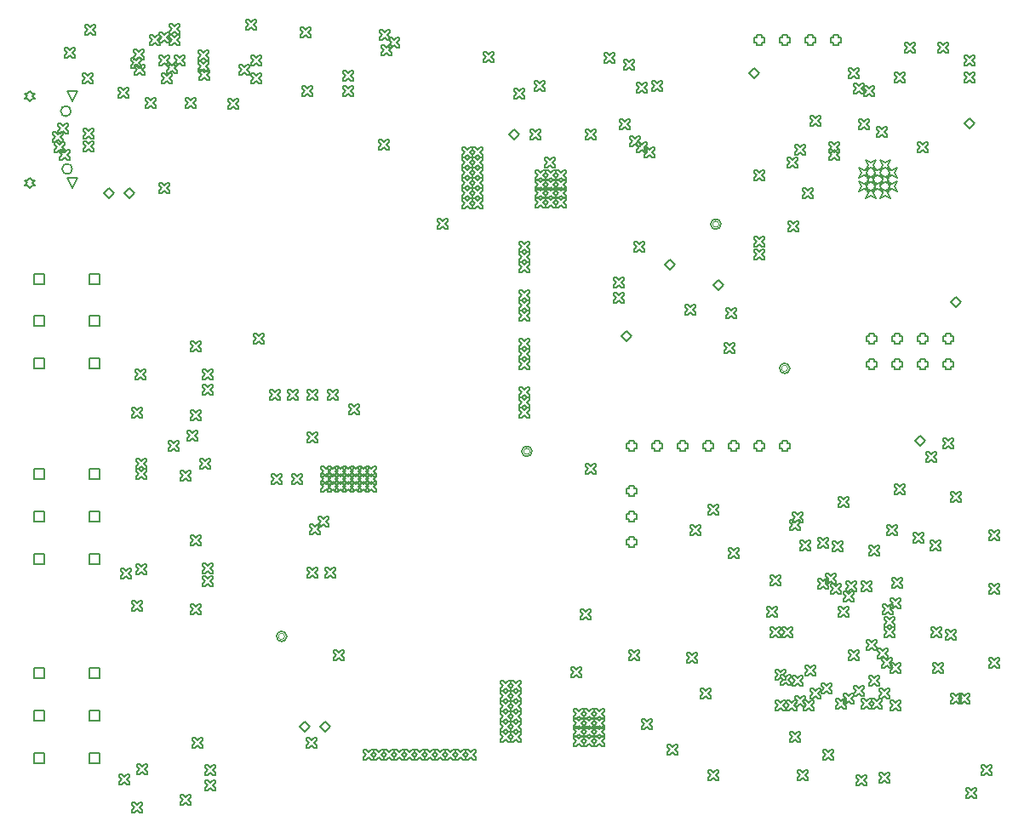
<source format=gbr>
%TF.GenerationSoftware,Altium Limited,Altium Designer,24.4.1 (13)*%
G04 Layer_Color=2752767*
%FSLAX45Y45*%
%MOMM*%
%TF.SameCoordinates,7BA59CB3-8EBC-4C6A-B4C6-80429C3BB8AE*%
%TF.FilePolarity,Positive*%
%TF.FileFunction,Drawing*%
%TF.Part,Single*%
G01*
G75*
%TA.AperFunction,NonConductor*%
%ADD96C,0.12700*%
%ADD184C,0.16933*%
%ADD186C,0.10160*%
D96*
X3224700Y9093000D02*
X3173900Y9194600D01*
X3275500D01*
X3224700Y9093000D01*
Y9957000D02*
X3173900Y10058600D01*
X3275500D01*
X3224700Y9957000D01*
X2806700Y9093000D02*
X2832100Y9118400D01*
X2857500D01*
X2832100Y9143800D01*
X2857500Y9169200D01*
X2832100D01*
X2806700Y9194600D01*
X2781300Y9169200D01*
X2755900D01*
X2781300Y9143800D01*
X2755900Y9118400D01*
X2781300D01*
X2806700Y9093000D01*
Y9957000D02*
X2832100Y9982400D01*
X2857500D01*
X2832100Y10007800D01*
X2857500Y10033200D01*
X2832100D01*
X2806700Y10058600D01*
X2781300Y10033200D01*
X2755900D01*
X2781300Y10007800D01*
X2755900Y9982400D01*
X2781300D01*
X2806700Y9957000D01*
X8763000Y6502400D02*
Y6477000D01*
X8813800D01*
Y6502400D01*
X8839200D01*
Y6553200D01*
X8813800D01*
Y6578600D01*
X8763000D01*
Y6553200D01*
X8737600D01*
Y6502400D01*
X8763000D01*
X9017000D02*
Y6477000D01*
X9067800D01*
Y6502400D01*
X9093200D01*
Y6553200D01*
X9067800D01*
Y6578600D01*
X9017000D01*
Y6553200D01*
X8991600D01*
Y6502400D01*
X9017000D01*
X9271000D02*
Y6477000D01*
X9321800D01*
Y6502400D01*
X9347200D01*
Y6553200D01*
X9321800D01*
Y6578600D01*
X9271000D01*
Y6553200D01*
X9245600D01*
Y6502400D01*
X9271000D01*
X9525000D02*
Y6477000D01*
X9575800D01*
Y6502400D01*
X9601200D01*
Y6553200D01*
X9575800D01*
Y6578600D01*
X9525000D01*
Y6553200D01*
X9499600D01*
Y6502400D01*
X9525000D01*
X9779000D02*
Y6477000D01*
X9829800D01*
Y6502400D01*
X9855200D01*
Y6553200D01*
X9829800D01*
Y6578600D01*
X9779000D01*
Y6553200D01*
X9753600D01*
Y6502400D01*
X9779000D01*
X10033000D02*
Y6477000D01*
X10083800D01*
Y6502400D01*
X10109200D01*
Y6553200D01*
X10083800D01*
Y6578600D01*
X10033000D01*
Y6553200D01*
X10007600D01*
Y6502400D01*
X10033000D01*
X10287000D02*
Y6477000D01*
X10337800D01*
Y6502400D01*
X10363200D01*
Y6553200D01*
X10337800D01*
Y6578600D01*
X10287000D01*
Y6553200D01*
X10261600D01*
Y6502400D01*
X10287000D01*
X11259000Y9271000D02*
X11284400Y9321800D01*
X11259000Y9372600D01*
X11309800Y9347200D01*
X11360600Y9372600D01*
X11335200Y9321800D01*
X11360600Y9271000D01*
X11309800Y9296400D01*
X11259000Y9271000D01*
X11049000Y9061000D02*
X11074400Y9111800D01*
X11049000Y9162600D01*
X11099800Y9137200D01*
X11150600Y9162600D01*
X11125200Y9111800D01*
X11150600Y9061000D01*
X11099800Y9086400D01*
X11049000Y9061000D01*
Y9201000D02*
X11074400Y9251800D01*
X11049000Y9302600D01*
X11099800Y9277200D01*
X11150600Y9302600D01*
X11125200Y9251800D01*
X11150600Y9201000D01*
X11099800Y9226400D01*
X11049000Y9201000D01*
X11189000Y9061000D02*
X11214400Y9111800D01*
X11189000Y9162600D01*
X11239800Y9137200D01*
X11290600Y9162600D01*
X11265200Y9111800D01*
X11290600Y9061000D01*
X11239800Y9086400D01*
X11189000Y9061000D01*
Y9201000D02*
X11214400Y9251800D01*
X11189000Y9302600D01*
X11239800Y9277200D01*
X11290600Y9302600D01*
X11265200Y9251800D01*
X11290600Y9201000D01*
X11239800Y9226400D01*
X11189000Y9201000D01*
X11329000Y9061000D02*
X11354400Y9111800D01*
X11329000Y9162600D01*
X11379800Y9137200D01*
X11430600Y9162600D01*
X11405200Y9111800D01*
X11430600Y9061000D01*
X11379800Y9086400D01*
X11329000Y9061000D01*
Y9201000D02*
X11354400Y9251800D01*
X11329000Y9302600D01*
X11379800Y9277200D01*
X11430600Y9302600D01*
X11405200Y9251800D01*
X11430600Y9201000D01*
X11379800Y9226400D01*
X11329000Y9201000D01*
X11119000Y8991000D02*
X11144400Y9041800D01*
X11119000Y9092600D01*
X11169800Y9067200D01*
X11220600Y9092600D01*
X11195200Y9041800D01*
X11220600Y8991000D01*
X11169800Y9016400D01*
X11119000Y8991000D01*
Y9131000D02*
X11144400Y9181800D01*
X11119000Y9232600D01*
X11169800Y9207200D01*
X11220600Y9232600D01*
X11195200Y9181800D01*
X11220600Y9131000D01*
X11169800Y9156400D01*
X11119000Y9131000D01*
Y9271000D02*
X11144400Y9321800D01*
X11119000Y9372600D01*
X11169800Y9347200D01*
X11220600Y9372600D01*
X11195200Y9321800D01*
X11220600Y9271000D01*
X11169800Y9296400D01*
X11119000Y9271000D01*
X11259000Y8991000D02*
X11284400Y9041800D01*
X11259000Y9092600D01*
X11309800Y9067200D01*
X11360600Y9092600D01*
X11335200Y9041800D01*
X11360600Y8991000D01*
X11309800Y9016400D01*
X11259000Y8991000D01*
Y9131000D02*
X11284400Y9181800D01*
X11259000Y9232600D01*
X11309800Y9207200D01*
X11360600Y9232600D01*
X11335200Y9181800D01*
X11360600Y9131000D01*
X11309800Y9156400D01*
X11259000Y9131000D01*
X8763000Y6057900D02*
Y6032500D01*
X8813800D01*
Y6057900D01*
X8839200D01*
Y6108700D01*
X8813800D01*
Y6134100D01*
X8763000D01*
Y6108700D01*
X8737600D01*
Y6057900D01*
X8763000D01*
Y5803900D02*
Y5778500D01*
X8813800D01*
Y5803900D01*
X8839200D01*
Y5854700D01*
X8813800D01*
Y5880100D01*
X8763000D01*
Y5854700D01*
X8737600D01*
Y5803900D01*
X8763000D01*
Y5549900D02*
Y5524500D01*
X8813800D01*
Y5549900D01*
X8839200D01*
Y5600700D01*
X8813800D01*
Y5626100D01*
X8763000D01*
Y5600700D01*
X8737600D01*
Y5549900D01*
X8763000D01*
X10795000Y10541000D02*
Y10515600D01*
X10845800D01*
Y10541000D01*
X10871200D01*
Y10591800D01*
X10845800D01*
Y10617200D01*
X10795000D01*
Y10591800D01*
X10769600D01*
Y10541000D01*
X10795000D01*
X10541000D02*
Y10515600D01*
X10591800D01*
Y10541000D01*
X10617200D01*
Y10591800D01*
X10591800D01*
Y10617200D01*
X10541000D01*
Y10591800D01*
X10515600D01*
Y10541000D01*
X10541000D01*
X10287000D02*
Y10515600D01*
X10337800D01*
Y10541000D01*
X10363200D01*
Y10591800D01*
X10337800D01*
Y10617200D01*
X10287000D01*
Y10591800D01*
X10261600D01*
Y10541000D01*
X10287000D01*
X10033000D02*
Y10515600D01*
X10083800D01*
Y10541000D01*
X10109200D01*
Y10591800D01*
X10083800D01*
Y10617200D01*
X10033000D01*
Y10591800D01*
X10007600D01*
Y10541000D01*
X10033000D01*
X11912600Y7569200D02*
Y7543800D01*
X11963400D01*
Y7569200D01*
X11988800D01*
Y7620000D01*
X11963400D01*
Y7645400D01*
X11912600D01*
Y7620000D01*
X11887200D01*
Y7569200D01*
X11912600D01*
Y7315200D02*
Y7289800D01*
X11963400D01*
Y7315200D01*
X11988800D01*
Y7366000D01*
X11963400D01*
Y7391400D01*
X11912600D01*
Y7366000D01*
X11887200D01*
Y7315200D01*
X11912600D01*
X11658600Y7569200D02*
Y7543800D01*
X11709400D01*
Y7569200D01*
X11734800D01*
Y7620000D01*
X11709400D01*
Y7645400D01*
X11658600D01*
Y7620000D01*
X11633200D01*
Y7569200D01*
X11658600D01*
Y7315200D02*
Y7289800D01*
X11709400D01*
Y7315200D01*
X11734800D01*
Y7366000D01*
X11709400D01*
Y7391400D01*
X11658600D01*
Y7366000D01*
X11633200D01*
Y7315200D01*
X11658600D01*
X11404600Y7569200D02*
Y7543800D01*
X11455400D01*
Y7569200D01*
X11480800D01*
Y7620000D01*
X11455400D01*
Y7645400D01*
X11404600D01*
Y7620000D01*
X11379200D01*
Y7569200D01*
X11404600D01*
Y7315200D02*
Y7289800D01*
X11455400D01*
Y7315200D01*
X11480800D01*
Y7366000D01*
X11455400D01*
Y7391400D01*
X11404600D01*
Y7366000D01*
X11379200D01*
Y7315200D01*
X11404600D01*
X11150600Y7569200D02*
Y7543800D01*
X11201400D01*
Y7569200D01*
X11226800D01*
Y7620000D01*
X11201400D01*
Y7645400D01*
X11150600D01*
Y7620000D01*
X11125200D01*
Y7569200D01*
X11150600D01*
Y7315200D02*
Y7289800D01*
X11201400D01*
Y7315200D01*
X11226800D01*
Y7366000D01*
X11201400D01*
Y7391400D01*
X11150600D01*
Y7366000D01*
X11125200D01*
Y7315200D01*
X11150600D01*
X2844800Y7301600D02*
Y7403200D01*
X2946400D01*
Y7301600D01*
X2844800D01*
Y7721600D02*
Y7823200D01*
X2946400D01*
Y7721600D01*
X2844800D01*
Y8141600D02*
Y8243200D01*
X2946400D01*
Y8141600D01*
X2844800D01*
X3394800Y7301600D02*
Y7403200D01*
X3496400D01*
Y7301600D01*
X3394800D01*
Y7721600D02*
Y7823200D01*
X3496400D01*
Y7721600D01*
X3394800D01*
Y8141600D02*
Y8243200D01*
X3496400D01*
Y8141600D01*
X3394800D01*
X2844800Y5357600D02*
Y5459200D01*
X2946400D01*
Y5357600D01*
X2844800D01*
Y5777600D02*
Y5879200D01*
X2946400D01*
Y5777600D01*
X2844800D01*
Y6197600D02*
Y6299200D01*
X2946400D01*
Y6197600D01*
X2844800D01*
X3394800Y5357600D02*
Y5459200D01*
X3496400D01*
Y5357600D01*
X3394800D01*
Y5777600D02*
Y5879200D01*
X3496400D01*
Y5777600D01*
X3394800D01*
Y6197600D02*
Y6299200D01*
X3496400D01*
Y6197600D01*
X3394800D01*
X2844800Y3376400D02*
Y3478000D01*
X2946400D01*
Y3376400D01*
X2844800D01*
Y3796400D02*
Y3898000D01*
X2946400D01*
Y3796400D01*
X2844800D01*
Y4216400D02*
Y4318000D01*
X2946400D01*
Y4216400D01*
X2844800D01*
X3394800Y3376400D02*
Y3478000D01*
X3496400D01*
Y3376400D01*
X3394800D01*
Y3796400D02*
Y3898000D01*
X3496400D01*
Y3796400D01*
X3394800D01*
Y4216400D02*
Y4318000D01*
X3496400D01*
Y4216400D01*
X3394800D01*
X11963400Y3962400D02*
X11988800D01*
X12014200Y3987800D01*
X12039600Y3962400D01*
X12065000D01*
Y3987800D01*
X12039600Y4013200D01*
X12065000Y4038600D01*
Y4064000D01*
X12039600D01*
X12014200Y4038600D01*
X11988800Y4064000D01*
X11963400D01*
Y4038600D01*
X11988800Y4013200D01*
X11963400Y3987800D01*
Y3962400D01*
X12052300D02*
X12077700D01*
X12103100Y3987800D01*
X12128500Y3962400D01*
X12153900D01*
Y3987800D01*
X12128500Y4013200D01*
X12153900Y4038600D01*
Y4064000D01*
X12128500D01*
X12103100Y4038600D01*
X12077700Y4064000D01*
X12052300D01*
Y4038600D01*
X12077700Y4013200D01*
X12052300Y3987800D01*
Y3962400D01*
X10512484Y4244916D02*
X10537884D01*
X10563284Y4270316D01*
X10588684Y4244916D01*
X10614084D01*
Y4270316D01*
X10588684Y4295716D01*
X10614084Y4321116D01*
Y4346516D01*
X10588684D01*
X10563284Y4321116D01*
X10537884Y4346516D01*
X10512484D01*
Y4321116D01*
X10537884Y4295716D01*
X10512484Y4270316D01*
Y4244916D01*
X11757084Y5489516D02*
X11782484D01*
X11807884Y5514916D01*
X11833284Y5489516D01*
X11858684D01*
Y5514916D01*
X11833284Y5540316D01*
X11858684Y5565716D01*
Y5591116D01*
X11833284D01*
X11807884Y5565716D01*
X11782484Y5591116D01*
X11757084D01*
Y5565716D01*
X11782484Y5540316D01*
X11757084Y5514916D01*
Y5489516D01*
X11379200Y5118100D02*
X11404600D01*
X11430000Y5143500D01*
X11455400Y5118100D01*
X11480800D01*
Y5143500D01*
X11455400Y5168900D01*
X11480800Y5194300D01*
Y5219700D01*
X11455400D01*
X11430000Y5194300D01*
X11404600Y5219700D01*
X11379200D01*
Y5194300D01*
X11404600Y5168900D01*
X11379200Y5143500D01*
Y5118100D01*
X11290300Y4851400D02*
X11315700D01*
X11341100Y4876800D01*
X11366500Y4851400D01*
X11391900D01*
Y4876800D01*
X11366500Y4902200D01*
X11391900Y4927600D01*
Y4953000D01*
X11366500D01*
X11341100Y4927600D01*
X11315700Y4953000D01*
X11290300D01*
Y4927600D01*
X11315700Y4902200D01*
X11290300Y4876800D01*
Y4851400D01*
X11366500Y4914900D02*
X11391900D01*
X11417300Y4940300D01*
X11442700Y4914900D01*
X11468100D01*
Y4940300D01*
X11442700Y4965700D01*
X11468100Y4991100D01*
Y5016500D01*
X11442700D01*
X11417300Y4991100D01*
X11391900Y5016500D01*
X11366500D01*
Y4991100D01*
X11391900Y4965700D01*
X11366500Y4940300D01*
Y4914900D01*
X10363200Y5689600D02*
X10388600D01*
X10414000Y5715000D01*
X10439400Y5689600D01*
X10464800D01*
Y5715000D01*
X10439400Y5740400D01*
X10464800Y5765800D01*
Y5791200D01*
X10439400D01*
X10414000Y5765800D01*
X10388600Y5791200D01*
X10363200D01*
Y5765800D01*
X10388600Y5740400D01*
X10363200Y5715000D01*
Y5689600D01*
X10464800Y5486400D02*
X10490200D01*
X10515600Y5511800D01*
X10541000Y5486400D01*
X10566400D01*
Y5511800D01*
X10541000Y5537200D01*
X10566400Y5562600D01*
Y5588000D01*
X10541000D01*
X10515600Y5562600D01*
X10490200Y5588000D01*
X10464800D01*
Y5562600D01*
X10490200Y5537200D01*
X10464800Y5511800D01*
Y5486400D01*
X10756900Y9448800D02*
X10782300D01*
X10807700Y9474200D01*
X10833100Y9448800D01*
X10858500D01*
Y9474200D01*
X10833100Y9499600D01*
X10858500Y9525000D01*
Y9550400D01*
X10833100D01*
X10807700Y9525000D01*
X10782300Y9550400D01*
X10756900D01*
Y9525000D01*
X10782300Y9499600D01*
X10756900Y9474200D01*
Y9448800D01*
Y9378400D02*
X10782300D01*
X10807700Y9403800D01*
X10833100Y9378400D01*
X10858500D01*
Y9403800D01*
X10833100Y9429200D01*
X10858500Y9454600D01*
Y9480000D01*
X10833100D01*
X10807700Y9454600D01*
X10782300Y9480000D01*
X10756900D01*
Y9454600D01*
X10782300Y9429200D01*
X10756900Y9403800D01*
Y9378400D01*
X3035300Y9550400D02*
X3060700D01*
X3086100Y9575800D01*
X3111500Y9550400D01*
X3136900D01*
Y9575800D01*
X3111500Y9601200D01*
X3136900Y9626600D01*
Y9652000D01*
X3111500D01*
X3086100Y9626600D01*
X3060700Y9652000D01*
X3035300D01*
Y9626600D01*
X3060700Y9601200D01*
X3035300Y9575800D01*
Y9550400D01*
X3048000Y9448800D02*
X3073400D01*
X3098800Y9474200D01*
X3124200Y9448800D01*
X3149600D01*
Y9474200D01*
X3124200Y9499600D01*
X3149600Y9525000D01*
Y9550400D01*
X3124200D01*
X3098800Y9525000D01*
X3073400Y9550400D01*
X3048000D01*
Y9525000D01*
X3073400Y9499600D01*
X3048000Y9474200D01*
Y9448800D01*
X10337800Y9296400D02*
X10363200D01*
X10388600Y9321800D01*
X10414000Y9296400D01*
X10439400D01*
Y9321800D01*
X10414000Y9347200D01*
X10439400Y9372600D01*
Y9398000D01*
X10414000D01*
X10388600Y9372600D01*
X10363200Y9398000D01*
X10337800D01*
Y9372600D01*
X10363200Y9347200D01*
X10337800Y9321800D01*
Y9296400D01*
X10414000Y9423400D02*
X10439400D01*
X10464800Y9448800D01*
X10490200Y9423400D01*
X10515600D01*
Y9448800D01*
X10490200Y9474200D01*
X10515600Y9499600D01*
Y9525000D01*
X10490200D01*
X10464800Y9499600D01*
X10439400Y9525000D01*
X10414000D01*
Y9499600D01*
X10439400Y9474200D01*
X10414000Y9448800D01*
Y9423400D01*
X10566400Y9714916D02*
X10591800D01*
X10617200Y9740316D01*
X10642600Y9714916D01*
X10668000D01*
Y9740316D01*
X10642600Y9765716D01*
X10668000Y9791116D01*
Y9816516D01*
X10642600D01*
X10617200Y9791116D01*
X10591800Y9816516D01*
X10566400D01*
Y9791116D01*
X10591800Y9765716D01*
X10566400Y9740316D01*
Y9714916D01*
X3340100Y9461500D02*
X3365500D01*
X3390900Y9486900D01*
X3416300Y9461500D01*
X3441700D01*
Y9486900D01*
X3416300Y9512300D01*
X3441700Y9537700D01*
Y9563100D01*
X3416300D01*
X3390900Y9537700D01*
X3365500Y9563100D01*
X3340100D01*
Y9537700D01*
X3365500Y9512300D01*
X3340100Y9486900D01*
Y9461500D01*
Y9588500D02*
X3365500D01*
X3390900Y9613900D01*
X3416300Y9588500D01*
X3441700D01*
Y9613900D01*
X3416300Y9639300D01*
X3441700Y9664700D01*
Y9690100D01*
X3416300D01*
X3390900Y9664700D01*
X3365500Y9690100D01*
X3340100D01*
Y9664700D01*
X3365500Y9639300D01*
X3340100Y9613900D01*
Y9588500D01*
X7670800Y7391400D02*
X7696200D01*
X7721600Y7416800D01*
X7747000Y7391400D01*
X7772400D01*
Y7416800D01*
X7747000Y7442200D01*
X7772400Y7467600D01*
Y7493000D01*
X7747000D01*
X7721600Y7467600D01*
X7696200Y7493000D01*
X7670800D01*
Y7467600D01*
X7696200Y7442200D01*
X7670800Y7416800D01*
Y7391400D01*
Y7493000D02*
X7696200D01*
X7721600Y7518400D01*
X7747000Y7493000D01*
X7772400D01*
Y7518400D01*
X7747000Y7543800D01*
X7772400Y7569200D01*
Y7594600D01*
X7747000D01*
X7721600Y7569200D01*
X7696200Y7594600D01*
X7670800D01*
Y7569200D01*
X7696200Y7543800D01*
X7670800Y7518400D01*
Y7493000D01*
Y7289800D02*
X7696200D01*
X7721600Y7315200D01*
X7747000Y7289800D01*
X7772400D01*
Y7315200D01*
X7747000Y7340600D01*
X7772400Y7366000D01*
Y7391400D01*
X7747000D01*
X7721600Y7366000D01*
X7696200Y7391400D01*
X7670800D01*
Y7366000D01*
X7696200Y7340600D01*
X7670800Y7315200D01*
Y7289800D01*
Y7874000D02*
X7696200D01*
X7721600Y7899400D01*
X7747000Y7874000D01*
X7772400D01*
Y7899400D01*
X7747000Y7924800D01*
X7772400Y7950200D01*
Y7975600D01*
X7747000D01*
X7721600Y7950200D01*
X7696200Y7975600D01*
X7670800D01*
Y7950200D01*
X7696200Y7924800D01*
X7670800Y7899400D01*
Y7874000D01*
Y7975600D02*
X7696200D01*
X7721600Y8001000D01*
X7747000Y7975600D01*
X7772400D01*
Y8001000D01*
X7747000Y8026400D01*
X7772400Y8051800D01*
Y8077200D01*
X7747000D01*
X7721600Y8051800D01*
X7696200Y8077200D01*
X7670800D01*
Y8051800D01*
X7696200Y8026400D01*
X7670800Y8001000D01*
Y7975600D01*
Y8356600D02*
X7696200D01*
X7721600Y8382000D01*
X7747000Y8356600D01*
X7772400D01*
Y8382000D01*
X7747000Y8407400D01*
X7772400Y8432800D01*
Y8458200D01*
X7747000D01*
X7721600Y8432800D01*
X7696200Y8458200D01*
X7670800D01*
Y8432800D01*
X7696200Y8407400D01*
X7670800Y8382000D01*
Y8356600D01*
Y7772400D02*
X7696200D01*
X7721600Y7797800D01*
X7747000Y7772400D01*
X7772400D01*
Y7797800D01*
X7747000Y7823200D01*
X7772400Y7848600D01*
Y7874000D01*
X7747000D01*
X7721600Y7848600D01*
X7696200Y7874000D01*
X7670800D01*
Y7848600D01*
X7696200Y7823200D01*
X7670800Y7797800D01*
Y7772400D01*
Y8255000D02*
X7696200D01*
X7721600Y8280400D01*
X7747000Y8255000D01*
X7772400D01*
Y8280400D01*
X7747000Y8305800D01*
X7772400Y8331200D01*
Y8356600D01*
X7747000D01*
X7721600Y8331200D01*
X7696200Y8356600D01*
X7670800D01*
Y8331200D01*
X7696200Y8305800D01*
X7670800Y8280400D01*
Y8255000D01*
Y8458200D02*
X7696200D01*
X7721600Y8483600D01*
X7747000Y8458200D01*
X7772400D01*
Y8483600D01*
X7747000Y8509000D01*
X7772400Y8534400D01*
Y8559800D01*
X7747000D01*
X7721600Y8534400D01*
X7696200Y8559800D01*
X7670800D01*
Y8534400D01*
X7696200Y8509000D01*
X7670800Y8483600D01*
Y8458200D01*
X3086100Y9639300D02*
X3111500D01*
X3136900Y9664700D01*
X3162300Y9639300D01*
X3187700D01*
Y9664700D01*
X3162300Y9690100D01*
X3187700Y9715500D01*
Y9740900D01*
X3162300D01*
X3136900Y9715500D01*
X3111500Y9740900D01*
X3086100D01*
Y9715500D01*
X3111500Y9690100D01*
X3086100Y9664700D01*
Y9639300D01*
X3098800Y9372600D02*
X3124200D01*
X3149600Y9398000D01*
X3175000Y9372600D01*
X3200400D01*
Y9398000D01*
X3175000Y9423400D01*
X3200400Y9448800D01*
Y9474200D01*
X3175000D01*
X3149600Y9448800D01*
X3124200Y9474200D01*
X3098800D01*
Y9448800D01*
X3124200Y9423400D01*
X3098800Y9398000D01*
Y9372600D01*
X8813800Y8458200D02*
X8839200D01*
X8864600Y8483600D01*
X8890000Y8458200D01*
X8915400D01*
Y8483600D01*
X8890000Y8509000D01*
X8915400Y8534400D01*
Y8559800D01*
X8890000D01*
X8864600Y8534400D01*
X8839200Y8559800D01*
X8813800D01*
Y8534400D01*
X8839200Y8509000D01*
X8813800Y8483600D01*
Y8458200D01*
X5557520Y3522980D02*
X5582920D01*
X5608320Y3548380D01*
X5633720Y3522980D01*
X5659120D01*
Y3548380D01*
X5633720Y3573780D01*
X5659120Y3599180D01*
Y3624580D01*
X5633720D01*
X5608320Y3599180D01*
X5582920Y3624580D01*
X5557520D01*
Y3599180D01*
X5582920Y3573780D01*
X5557520Y3548380D01*
Y3522980D01*
X9550400Y3200400D02*
X9575800D01*
X9601200Y3225800D01*
X9626600Y3200400D01*
X9652000D01*
Y3225800D01*
X9626600Y3251200D01*
X9652000Y3276600D01*
Y3302000D01*
X9626600D01*
X9601200Y3276600D01*
X9575800Y3302000D01*
X9550400D01*
Y3276600D01*
X9575800Y3251200D01*
X9550400Y3225800D01*
Y3200400D01*
X9144000Y3454400D02*
X9169400D01*
X9194800Y3479800D01*
X9220200Y3454400D01*
X9245600D01*
Y3479800D01*
X9220200Y3505200D01*
X9245600Y3530600D01*
Y3556000D01*
X9220200D01*
X9194800Y3530600D01*
X9169400Y3556000D01*
X9144000D01*
Y3530600D01*
X9169400Y3505200D01*
X9144000Y3479800D01*
Y3454400D01*
X7137400Y3403600D02*
X7162800D01*
X7188200Y3429000D01*
X7213600Y3403600D01*
X7239000D01*
Y3429000D01*
X7213600Y3454400D01*
X7239000Y3479800D01*
Y3505200D01*
X7213600D01*
X7188200Y3479800D01*
X7162800Y3505200D01*
X7137400D01*
Y3479800D01*
X7162800Y3454400D01*
X7137400Y3429000D01*
Y3403600D01*
X6832600D02*
X6858000D01*
X6883400Y3429000D01*
X6908800Y3403600D01*
X6934200D01*
Y3429000D01*
X6908800Y3454400D01*
X6934200Y3479800D01*
Y3505200D01*
X6908800D01*
X6883400Y3479800D01*
X6858000Y3505200D01*
X6832600D01*
Y3479800D01*
X6858000Y3454400D01*
X6832600Y3429000D01*
Y3403600D01*
X6731000D02*
X6756400D01*
X6781800Y3429000D01*
X6807200Y3403600D01*
X6832600D01*
Y3429000D01*
X6807200Y3454400D01*
X6832600Y3479800D01*
Y3505200D01*
X6807200D01*
X6781800Y3479800D01*
X6756400Y3505200D01*
X6731000D01*
Y3479800D01*
X6756400Y3454400D01*
X6731000Y3429000D01*
Y3403600D01*
X6527800D02*
X6553200D01*
X6578600Y3429000D01*
X6604000Y3403600D01*
X6629400D01*
Y3429000D01*
X6604000Y3454400D01*
X6629400Y3479800D01*
Y3505200D01*
X6604000D01*
X6578600Y3479800D01*
X6553200Y3505200D01*
X6527800D01*
Y3479800D01*
X6553200Y3454400D01*
X6527800Y3429000D01*
Y3403600D01*
X6223000D02*
X6248400D01*
X6273800Y3429000D01*
X6299200Y3403600D01*
X6324600D01*
Y3429000D01*
X6299200Y3454400D01*
X6324600Y3479800D01*
Y3505200D01*
X6299200D01*
X6273800Y3479800D01*
X6248400Y3505200D01*
X6223000D01*
Y3479800D01*
X6248400Y3454400D01*
X6223000Y3429000D01*
Y3403600D01*
X6934200D02*
X6959600D01*
X6985000Y3429000D01*
X7010400Y3403600D01*
X7035800D01*
Y3429000D01*
X7010400Y3454400D01*
X7035800Y3479800D01*
Y3505200D01*
X7010400D01*
X6985000Y3479800D01*
X6959600Y3505200D01*
X6934200D01*
Y3479800D01*
X6959600Y3454400D01*
X6934200Y3429000D01*
Y3403600D01*
X6324600D02*
X6350000D01*
X6375400Y3429000D01*
X6400800Y3403600D01*
X6426200D01*
Y3429000D01*
X6400800Y3454400D01*
X6426200Y3479800D01*
Y3505200D01*
X6400800D01*
X6375400Y3479800D01*
X6350000Y3505200D01*
X6324600D01*
Y3479800D01*
X6350000Y3454400D01*
X6324600Y3429000D01*
Y3403600D01*
X7035800D02*
X7061200D01*
X7086600Y3429000D01*
X7112000Y3403600D01*
X7137400D01*
Y3429000D01*
X7112000Y3454400D01*
X7137400Y3479800D01*
Y3505200D01*
X7112000D01*
X7086600Y3479800D01*
X7061200Y3505200D01*
X7035800D01*
Y3479800D01*
X7061200Y3454400D01*
X7035800Y3429000D01*
Y3403600D01*
X6629400D02*
X6654800D01*
X6680200Y3429000D01*
X6705600Y3403600D01*
X6731000D01*
Y3429000D01*
X6705600Y3454400D01*
X6731000Y3479800D01*
Y3505200D01*
X6705600D01*
X6680200Y3479800D01*
X6654800Y3505200D01*
X6629400D01*
Y3479800D01*
X6654800Y3454400D01*
X6629400Y3429000D01*
Y3403600D01*
X6426200D02*
X6451600D01*
X6477000Y3429000D01*
X6502400Y3403600D01*
X6527800D01*
Y3429000D01*
X6502400Y3454400D01*
X6527800Y3479800D01*
Y3505200D01*
X6502400D01*
X6477000Y3479800D01*
X6451600Y3505200D01*
X6426200D01*
Y3479800D01*
X6451600Y3454400D01*
X6426200Y3429000D01*
Y3403600D01*
X6121400D02*
X6146800D01*
X6172200Y3429000D01*
X6197600Y3403600D01*
X6223000D01*
Y3429000D01*
X6197600Y3454400D01*
X6223000Y3479800D01*
Y3505200D01*
X6197600D01*
X6172200Y3479800D01*
X6146800Y3505200D01*
X6121400D01*
Y3479800D01*
X6146800Y3454400D01*
X6121400Y3429000D01*
Y3403600D01*
X9337040Y4373880D02*
X9362440D01*
X9387840Y4399280D01*
X9413240Y4373880D01*
X9438640D01*
Y4399280D01*
X9413240Y4424680D01*
X9438640Y4450080D01*
Y4475480D01*
X9413240D01*
X9387840Y4450080D01*
X9362440Y4475480D01*
X9337040D01*
Y4450080D01*
X9362440Y4424680D01*
X9337040Y4399280D01*
Y4373880D01*
X9728200Y7797800D02*
X9753600D01*
X9779000Y7823200D01*
X9804400Y7797800D01*
X9829800D01*
Y7823200D01*
X9804400Y7848600D01*
X9829800Y7874000D01*
Y7899400D01*
X9804400D01*
X9779000Y7874000D01*
X9753600Y7899400D01*
X9728200D01*
Y7874000D01*
X9753600Y7848600D01*
X9728200Y7823200D01*
Y7797800D01*
X11404600Y10147300D02*
X11430000D01*
X11455400Y10172700D01*
X11480800Y10147300D01*
X11506200D01*
Y10172700D01*
X11480800Y10198100D01*
X11506200Y10223500D01*
Y10248900D01*
X11480800D01*
X11455400Y10223500D01*
X11430000Y10248900D01*
X11404600D01*
Y10223500D01*
X11430000Y10198100D01*
X11404600Y10172700D01*
Y10147300D01*
X11887200Y6502400D02*
X11912600D01*
X11938000Y6527800D01*
X11963400Y6502400D01*
X11988800D01*
Y6527800D01*
X11963400Y6553200D01*
X11988800Y6578600D01*
Y6604000D01*
X11963400D01*
X11938000Y6578600D01*
X11912600Y6604000D01*
X11887200D01*
Y6578600D01*
X11912600Y6553200D01*
X11887200Y6527800D01*
Y6502400D01*
X4114800Y10134600D02*
X4140200D01*
X4165600Y10160000D01*
X4191000Y10134600D01*
X4216400D01*
Y10160000D01*
X4191000Y10185400D01*
X4216400Y10210800D01*
Y10236200D01*
X4191000D01*
X4165600Y10210800D01*
X4140200Y10236200D01*
X4114800D01*
Y10210800D01*
X4140200Y10185400D01*
X4114800Y10160000D01*
Y10134600D01*
X4241800Y10312400D02*
X4267200D01*
X4292600Y10337800D01*
X4318000Y10312400D01*
X4343400D01*
Y10337800D01*
X4318000Y10363200D01*
X4343400Y10388600D01*
Y10414000D01*
X4318000D01*
X4292600Y10388600D01*
X4267200Y10414000D01*
X4241800D01*
Y10388600D01*
X4267200Y10363200D01*
X4241800Y10337800D01*
Y10312400D01*
X4089400D02*
X4114800D01*
X4140200Y10337800D01*
X4165600Y10312400D01*
X4191000D01*
Y10337800D01*
X4165600Y10363200D01*
X4191000Y10388600D01*
Y10414000D01*
X4165600D01*
X4140200Y10388600D01*
X4114800Y10414000D01*
X4089400D01*
Y10388600D01*
X4114800Y10363200D01*
X4089400Y10337800D01*
Y10312400D01*
X4165600Y10236200D02*
X4191000D01*
X4216400Y10261600D01*
X4241800Y10236200D01*
X4267200D01*
Y10261600D01*
X4241800Y10287000D01*
X4267200Y10312400D01*
Y10337800D01*
X4241800D01*
X4216400Y10312400D01*
X4191000Y10337800D01*
X4165600D01*
Y10312400D01*
X4191000Y10287000D01*
X4165600Y10261600D01*
Y10236200D01*
X3952240Y9890760D02*
X3977640D01*
X4003040Y9916160D01*
X4028440Y9890760D01*
X4053840D01*
Y9916160D01*
X4028440Y9941560D01*
X4053840Y9966960D01*
Y9992360D01*
X4028440D01*
X4003040Y9966960D01*
X3977640Y9992360D01*
X3952240D01*
Y9966960D01*
X3977640Y9941560D01*
X3952240Y9916160D01*
Y9890760D01*
X5003800Y10134600D02*
X5029200D01*
X5054600Y10160000D01*
X5080000Y10134600D01*
X5105400D01*
Y10160000D01*
X5080000Y10185400D01*
X5105400Y10210800D01*
Y10236200D01*
X5080000D01*
X5054600Y10210800D01*
X5029200Y10236200D01*
X5003800D01*
Y10210800D01*
X5029200Y10185400D01*
X5003800Y10160000D01*
Y10134600D01*
X4775200Y9880600D02*
X4800600D01*
X4826000Y9906000D01*
X4851400Y9880600D01*
X4876800D01*
Y9906000D01*
X4851400Y9931400D01*
X4876800Y9956800D01*
Y9982200D01*
X4851400D01*
X4826000Y9956800D01*
X4800600Y9982200D01*
X4775200D01*
Y9956800D01*
X4800600Y9931400D01*
X4775200Y9906000D01*
Y9880600D01*
X5003800Y10312400D02*
X5029200D01*
X5054600Y10337800D01*
X5080000Y10312400D01*
X5105400D01*
Y10337800D01*
X5080000Y10363200D01*
X5105400Y10388600D01*
Y10414000D01*
X5080000D01*
X5054600Y10388600D01*
X5029200Y10414000D01*
X5003800D01*
Y10388600D01*
X5029200Y10363200D01*
X5003800Y10337800D01*
Y10312400D01*
X4953000Y10668000D02*
X4978400D01*
X5003800Y10693400D01*
X5029200Y10668000D01*
X5054600D01*
Y10693400D01*
X5029200Y10718800D01*
X5054600Y10744200D01*
Y10769600D01*
X5029200D01*
X5003800Y10744200D01*
X4978400Y10769600D01*
X4953000D01*
Y10744200D01*
X4978400Y10718800D01*
X4953000Y10693400D01*
Y10668000D01*
X3352800Y10617200D02*
X3378200D01*
X3403600Y10642600D01*
X3429000Y10617200D01*
X3454400D01*
Y10642600D01*
X3429000Y10668000D01*
X3454400Y10693400D01*
Y10718800D01*
X3429000D01*
X3403600Y10693400D01*
X3378200Y10718800D01*
X3352800D01*
Y10693400D01*
X3378200Y10668000D01*
X3352800Y10642600D01*
Y10617200D01*
X3149600Y10388600D02*
X3175000D01*
X3200400Y10414000D01*
X3225800Y10388600D01*
X3251200D01*
Y10414000D01*
X3225800Y10439400D01*
X3251200Y10464800D01*
Y10490200D01*
X3225800D01*
X3200400Y10464800D01*
X3175000Y10490200D01*
X3149600D01*
Y10464800D01*
X3175000Y10439400D01*
X3149600Y10414000D01*
Y10388600D01*
X3327400Y10134600D02*
X3352800D01*
X3378200Y10160000D01*
X3403600Y10134600D01*
X3429000D01*
Y10160000D01*
X3403600Y10185400D01*
X3429000Y10210800D01*
Y10236200D01*
X3403600D01*
X3378200Y10210800D01*
X3352800Y10236200D01*
X3327400D01*
Y10210800D01*
X3352800Y10185400D01*
X3327400Y10160000D01*
Y10134600D01*
X10769600Y5054600D02*
X10795000D01*
X10820400Y5080000D01*
X10845800Y5054600D01*
X10871200D01*
Y5080000D01*
X10845800Y5105400D01*
X10871200Y5130800D01*
Y5156200D01*
X10845800D01*
X10820400Y5130800D01*
X10795000Y5156200D01*
X10769600D01*
Y5130800D01*
X10795000Y5105400D01*
X10769600Y5080000D01*
Y5054600D01*
X10922000Y5080000D02*
X10947400D01*
X10972800Y5105400D01*
X10998200Y5080000D01*
X11023600D01*
Y5105400D01*
X10998200Y5130800D01*
X11023600Y5156200D01*
Y5181600D01*
X10998200D01*
X10972800Y5156200D01*
X10947400Y5181600D01*
X10922000D01*
Y5156200D01*
X10947400Y5130800D01*
X10922000Y5105400D01*
Y5080000D01*
X9474200Y4013200D02*
X9499600D01*
X9525000Y4038600D01*
X9550400Y4013200D01*
X9575800D01*
Y4038600D01*
X9550400Y4064000D01*
X9575800Y4089400D01*
Y4114800D01*
X9550400D01*
X9525000Y4089400D01*
X9499600Y4114800D01*
X9474200D01*
Y4089400D01*
X9499600Y4064000D01*
X9474200Y4038600D01*
Y4013200D01*
X11150600Y4140200D02*
X11176000D01*
X11201400Y4165600D01*
X11226800Y4140200D01*
X11252200D01*
Y4165600D01*
X11226800Y4191000D01*
X11252200Y4216400D01*
Y4241800D01*
X11226800D01*
X11201400Y4216400D01*
X11176000Y4241800D01*
X11150600D01*
Y4216400D01*
X11176000Y4191000D01*
X11150600Y4165600D01*
Y4140200D01*
X11252200Y4013200D02*
X11277600D01*
X11303000Y4038600D01*
X11328400Y4013200D01*
X11353800D01*
Y4038600D01*
X11328400Y4064000D01*
X11353800Y4089400D01*
Y4114800D01*
X11328400D01*
X11303000Y4089400D01*
X11277600Y4114800D01*
X11252200D01*
Y4089400D01*
X11277600Y4064000D01*
X11252200Y4038600D01*
Y4013200D01*
X10947400Y4394200D02*
X10972800D01*
X10998200Y4419600D01*
X11023600Y4394200D01*
X11049000D01*
Y4419600D01*
X11023600Y4445000D01*
X11049000Y4470400D01*
Y4495800D01*
X11023600D01*
X10998200Y4470400D01*
X10972800Y4495800D01*
X10947400D01*
Y4470400D01*
X10972800Y4445000D01*
X10947400Y4419600D01*
Y4394200D01*
X10845800Y4826000D02*
X10871200D01*
X10896600Y4851400D01*
X10922000Y4826000D01*
X10947400D01*
Y4851400D01*
X10922000Y4876800D01*
X10947400Y4902200D01*
Y4927600D01*
X10922000D01*
X10896600Y4902200D01*
X10871200Y4927600D01*
X10845800D01*
Y4902200D01*
X10871200Y4876800D01*
X10845800Y4851400D01*
Y4826000D01*
X10287000Y4622800D02*
X10312400D01*
X10337800Y4648200D01*
X10363200Y4622800D01*
X10388600D01*
Y4648200D01*
X10363200Y4673600D01*
X10388600Y4699000D01*
Y4724400D01*
X10363200D01*
X10337800Y4699000D01*
X10312400Y4724400D01*
X10287000D01*
Y4699000D01*
X10312400Y4673600D01*
X10287000Y4648200D01*
Y4622800D01*
X9753600Y5410200D02*
X9779000D01*
X9804400Y5435600D01*
X9829800Y5410200D01*
X9855200D01*
Y5435600D01*
X9829800Y5461000D01*
X9855200Y5486400D01*
Y5511800D01*
X9829800D01*
X9804400Y5486400D01*
X9779000Y5511800D01*
X9753600D01*
Y5486400D01*
X9779000Y5461000D01*
X9753600Y5435600D01*
Y5410200D01*
X9372600Y5638800D02*
X9398000D01*
X9423400Y5664200D01*
X9448800Y5638800D01*
X9474200D01*
Y5664200D01*
X9448800Y5689600D01*
X9474200Y5715000D01*
Y5740400D01*
X9448800D01*
X9423400Y5715000D01*
X9398000Y5740400D01*
X9372600D01*
Y5715000D01*
X9398000Y5689600D01*
X9372600Y5664200D01*
Y5638800D01*
X11404600Y6045200D02*
X11430000D01*
X11455400Y6070600D01*
X11480800Y6045200D01*
X11506200D01*
Y6070600D01*
X11480800Y6096000D01*
X11506200Y6121400D01*
Y6146800D01*
X11480800D01*
X11455400Y6121400D01*
X11430000Y6146800D01*
X11404600D01*
Y6121400D01*
X11430000Y6096000D01*
X11404600Y6070600D01*
Y6045200D01*
X11963400Y5969000D02*
X11988800D01*
X12014200Y5994400D01*
X12039600Y5969000D01*
X12065000D01*
Y5994400D01*
X12039600Y6019800D01*
X12065000Y6045200D01*
Y6070600D01*
X12039600D01*
X12014200Y6045200D01*
X11988800Y6070600D01*
X11963400D01*
Y6045200D01*
X11988800Y6019800D01*
X11963400Y5994400D01*
Y5969000D01*
X11252200Y3175000D02*
X11277600D01*
X11303000Y3200400D01*
X11328400Y3175000D01*
X11353800D01*
Y3200400D01*
X11328400Y3225800D01*
X11353800Y3251200D01*
Y3276600D01*
X11328400D01*
X11303000Y3251200D01*
X11277600Y3276600D01*
X11252200D01*
Y3251200D01*
X11277600Y3225800D01*
X11252200Y3200400D01*
Y3175000D01*
X12344400Y5588000D02*
X12369800D01*
X12395200Y5613400D01*
X12420600Y5588000D01*
X12446000D01*
Y5613400D01*
X12420600Y5638800D01*
X12446000Y5664200D01*
Y5689600D01*
X12420600D01*
X12395200Y5664200D01*
X12369800Y5689600D01*
X12344400D01*
Y5664200D01*
X12369800Y5638800D01*
X12344400Y5613400D01*
Y5588000D01*
Y5054600D02*
X12369800D01*
X12395200Y5080000D01*
X12420600Y5054600D01*
X12446000D01*
Y5080000D01*
X12420600Y5105400D01*
X12446000Y5130800D01*
Y5156200D01*
X12420600D01*
X12395200Y5130800D01*
X12369800Y5156200D01*
X12344400D01*
Y5130800D01*
X12369800Y5105400D01*
X12344400Y5080000D01*
Y5054600D01*
Y4318000D02*
X12369800D01*
X12395200Y4343400D01*
X12420600Y4318000D01*
X12446000D01*
Y4343400D01*
X12420600Y4368800D01*
X12446000Y4394200D01*
Y4419600D01*
X12420600D01*
X12395200Y4394200D01*
X12369800Y4419600D01*
X12344400D01*
Y4394200D01*
X12369800Y4368800D01*
X12344400Y4343400D01*
Y4318000D01*
X12268200Y3251200D02*
X12293600D01*
X12319000Y3276600D01*
X12344400Y3251200D01*
X12369800D01*
Y3276600D01*
X12344400Y3302000D01*
X12369800Y3327400D01*
Y3352800D01*
X12344400D01*
X12319000Y3327400D01*
X12293600Y3352800D01*
X12268200D01*
Y3327400D01*
X12293600Y3302000D01*
X12268200Y3276600D01*
Y3251200D01*
X12115800Y3022600D02*
X12141200D01*
X12166600Y3048000D01*
X12192000Y3022600D01*
X12217400D01*
Y3048000D01*
X12192000Y3073400D01*
X12217400Y3098800D01*
Y3124200D01*
X12192000D01*
X12166600Y3098800D01*
X12141200Y3124200D01*
X12115800D01*
Y3098800D01*
X12141200Y3073400D01*
X12115800Y3048000D01*
Y3022600D01*
X10693400Y3403600D02*
X10718800D01*
X10744200Y3429000D01*
X10769600Y3403600D01*
X10795000D01*
Y3429000D01*
X10769600Y3454400D01*
X10795000Y3479800D01*
Y3505200D01*
X10769600D01*
X10744200Y3479800D01*
X10718800Y3505200D01*
X10693400D01*
Y3479800D01*
X10718800Y3454400D01*
X10693400Y3429000D01*
Y3403600D01*
X11023600Y3149600D02*
X11049000D01*
X11074400Y3175000D01*
X11099800Y3149600D01*
X11125200D01*
Y3175000D01*
X11099800Y3200400D01*
X11125200Y3225800D01*
Y3251200D01*
X11099800D01*
X11074400Y3225800D01*
X11049000Y3251200D01*
X11023600D01*
Y3225800D01*
X11049000Y3200400D01*
X11023600Y3175000D01*
Y3149600D01*
X10439400Y3200400D02*
X10464800D01*
X10490200Y3225800D01*
X10515600Y3200400D01*
X10541000D01*
Y3225800D01*
X10515600Y3251200D01*
X10541000Y3276600D01*
Y3302000D01*
X10515600D01*
X10490200Y3276600D01*
X10464800Y3302000D01*
X10439400D01*
Y3276600D01*
X10464800Y3251200D01*
X10439400Y3225800D01*
Y3200400D01*
X8763000Y4394200D02*
X8788400D01*
X8813800Y4419600D01*
X8839200Y4394200D01*
X8864600D01*
Y4419600D01*
X8839200Y4445000D01*
X8864600Y4470400D01*
Y4495800D01*
X8839200D01*
X8813800Y4470400D01*
X8788400Y4495800D01*
X8763000D01*
Y4470400D01*
X8788400Y4445000D01*
X8763000Y4419600D01*
Y4394200D01*
X8890000Y3708400D02*
X8915400D01*
X8940800Y3733800D01*
X8966200Y3708400D01*
X8991600D01*
Y3733800D01*
X8966200Y3759200D01*
X8991600Y3784600D01*
Y3810000D01*
X8966200D01*
X8940800Y3784600D01*
X8915400Y3810000D01*
X8890000D01*
Y3784600D01*
X8915400Y3759200D01*
X8890000Y3733800D01*
Y3708400D01*
X8280400Y4800600D02*
X8305800D01*
X8331200Y4826000D01*
X8356600Y4800600D01*
X8382000D01*
Y4826000D01*
X8356600Y4851400D01*
X8382000Y4876800D01*
Y4902200D01*
X8356600D01*
X8331200Y4876800D01*
X8305800Y4902200D01*
X8280400D01*
Y4876800D01*
X8305800Y4851400D01*
X8280400Y4826000D01*
Y4800600D01*
X8331200Y6248400D02*
X8356600D01*
X8382000Y6273800D01*
X8407400Y6248400D01*
X8432800D01*
Y6273800D01*
X8407400Y6299200D01*
X8432800Y6324600D01*
Y6350000D01*
X8407400D01*
X8382000Y6324600D01*
X8356600Y6350000D01*
X8331200D01*
Y6324600D01*
X8356600Y6299200D01*
X8331200Y6273800D01*
Y6248400D01*
X11785600Y4267200D02*
X11811000D01*
X11836400Y4292600D01*
X11861800Y4267200D01*
X11887200D01*
Y4292600D01*
X11861800Y4318000D01*
X11887200Y4343400D01*
Y4368800D01*
X11861800D01*
X11836400Y4343400D01*
X11811000Y4368800D01*
X11785600D01*
Y4343400D01*
X11811000Y4318000D01*
X11785600Y4292600D01*
Y4267200D01*
X10947400Y10185400D02*
X10972800D01*
X10998200Y10210800D01*
X11023600Y10185400D01*
X11049000D01*
Y10210800D01*
X11023600Y10236200D01*
X11049000Y10261600D01*
Y10287000D01*
X11023600D01*
X10998200Y10261600D01*
X10972800Y10287000D01*
X10947400D01*
Y10261600D01*
X10972800Y10236200D01*
X10947400Y10210800D01*
Y10185400D01*
X3543300Y9042400D02*
X3594100Y9093200D01*
X3644900Y9042400D01*
X3594100Y8991600D01*
X3543300Y9042400D01*
X3746500D02*
X3797300Y9093200D01*
X3848100Y9042400D01*
X3797300Y8991600D01*
X3746500Y9042400D01*
X8712200Y10274300D02*
X8737600D01*
X8763000Y10299700D01*
X8788400Y10274300D01*
X8813800D01*
Y10299700D01*
X8788400Y10325100D01*
X8813800Y10350500D01*
Y10375900D01*
X8788400D01*
X8763000Y10350500D01*
X8737600Y10375900D01*
X8712200D01*
Y10350500D01*
X8737600Y10325100D01*
X8712200Y10299700D01*
Y10274300D01*
X8521700Y10337800D02*
X8547100D01*
X8572500Y10363200D01*
X8597900Y10337800D01*
X8623300D01*
Y10363200D01*
X8597900Y10388600D01*
X8623300Y10414000D01*
Y10439400D01*
X8597900D01*
X8572500Y10414000D01*
X8547100Y10439400D01*
X8521700D01*
Y10414000D01*
X8547100Y10388600D01*
X8521700Y10363200D01*
Y10337800D01*
X11963400Y7962900D02*
X12014200Y8013700D01*
X12065000Y7962900D01*
X12014200Y7912100D01*
X11963400Y7962900D01*
X12103100Y9740900D02*
X12153900Y9791700D01*
X12204700Y9740900D01*
X12153900Y9690100D01*
X12103100Y9740900D01*
Y10147300D02*
X12128500D01*
X12153900Y10172700D01*
X12179300Y10147300D01*
X12204700D01*
Y10172700D01*
X12179300Y10198100D01*
X12204700Y10223500D01*
Y10248900D01*
X12179300D01*
X12153900Y10223500D01*
X12128500Y10248900D01*
X12103100D01*
Y10223500D01*
X12128500Y10198100D01*
X12103100Y10172700D01*
Y10147300D01*
Y10312400D02*
X12128500D01*
X12153900Y10337800D01*
X12179300Y10312400D01*
X12204700D01*
Y10337800D01*
X12179300Y10363200D01*
X12204700Y10388600D01*
Y10414000D01*
X12179300D01*
X12153900Y10388600D01*
X12128500Y10414000D01*
X12103100D01*
Y10388600D01*
X12128500Y10363200D01*
X12103100Y10337800D01*
Y10312400D01*
X9321800Y7835900D02*
X9347200D01*
X9372600Y7861300D01*
X9398000Y7835900D01*
X9423400D01*
Y7861300D01*
X9398000Y7886700D01*
X9423400Y7912100D01*
Y7937500D01*
X9398000D01*
X9372600Y7912100D01*
X9347200Y7937500D01*
X9321800D01*
Y7912100D01*
X9347200Y7886700D01*
X9321800Y7861300D01*
Y7835900D01*
X9715500Y7454900D02*
X9740900D01*
X9766300Y7480300D01*
X9791700Y7454900D01*
X9817100D01*
Y7480300D01*
X9791700Y7505700D01*
X9817100Y7531100D01*
Y7556500D01*
X9791700D01*
X9766300Y7531100D01*
X9740900Y7556500D01*
X9715500D01*
Y7531100D01*
X9740900Y7505700D01*
X9715500Y7480300D01*
Y7454900D01*
X9601200Y8128000D02*
X9652000Y8178800D01*
X9702800Y8128000D01*
X9652000Y8077200D01*
X9601200Y8128000D01*
X8610600Y7950200D02*
X8636000D01*
X8661400Y7975600D01*
X8686800Y7950200D01*
X8712200D01*
Y7975600D01*
X8686800Y8001000D01*
X8712200Y8026400D01*
Y8051800D01*
X8686800D01*
X8661400Y8026400D01*
X8636000Y8051800D01*
X8610600D01*
Y8026400D01*
X8636000Y8001000D01*
X8610600Y7975600D01*
Y7950200D01*
Y8102600D02*
X8636000D01*
X8661400Y8128000D01*
X8686800Y8102600D01*
X8712200D01*
Y8128000D01*
X8686800Y8153400D01*
X8712200Y8178800D01*
Y8204200D01*
X8686800D01*
X8661400Y8178800D01*
X8636000Y8204200D01*
X8610600D01*
Y8178800D01*
X8636000Y8153400D01*
X8610600Y8128000D01*
Y8102600D01*
X8686800Y7620000D02*
X8737600Y7670800D01*
X8788400Y7620000D01*
X8737600Y7569200D01*
X8686800Y7620000D01*
X9118600Y8331200D02*
X9169400Y8382000D01*
X9220200Y8331200D01*
X9169400Y8280400D01*
X9118600Y8331200D01*
X7569200Y9626600D02*
X7620000Y9677400D01*
X7670800Y9626600D01*
X7620000Y9575800D01*
X7569200Y9626600D01*
X9956800Y10236200D02*
X10007600Y10287000D01*
X10058400Y10236200D01*
X10007600Y10185400D01*
X9956800Y10236200D01*
X11836400Y10439400D02*
X11861800D01*
X11887200Y10464800D01*
X11912600Y10439400D01*
X11938000D01*
Y10464800D01*
X11912600Y10490200D01*
X11938000Y10515600D01*
Y10541000D01*
X11912600D01*
X11887200Y10515600D01*
X11861800Y10541000D01*
X11836400D01*
Y10515600D01*
X11861800Y10490200D01*
X11836400Y10464800D01*
Y10439400D01*
X11506200D02*
X11531600D01*
X11557000Y10464800D01*
X11582400Y10439400D01*
X11607800D01*
Y10464800D01*
X11582400Y10490200D01*
X11607800Y10515600D01*
Y10541000D01*
X11582400D01*
X11557000Y10515600D01*
X11531600Y10541000D01*
X11506200D01*
Y10515600D01*
X11531600Y10490200D01*
X11506200Y10464800D01*
Y10439400D01*
X7620000Y9982200D02*
X7645400D01*
X7670800Y10007600D01*
X7696200Y9982200D01*
X7721600D01*
Y10007600D01*
X7696200Y10033000D01*
X7721600Y10058400D01*
Y10083800D01*
X7696200D01*
X7670800Y10058400D01*
X7645400Y10083800D01*
X7620000D01*
Y10058400D01*
X7645400Y10033000D01*
X7620000Y10007600D01*
Y9982200D01*
X10998200Y10033000D02*
X11023600D01*
X11049000Y10058400D01*
X11074400Y10033000D01*
X11099800D01*
Y10058400D01*
X11074400Y10083800D01*
X11099800Y10109200D01*
Y10134600D01*
X11074400D01*
X11049000Y10109200D01*
X11023600Y10134600D01*
X10998200D01*
Y10109200D01*
X11023600Y10083800D01*
X10998200Y10058400D01*
Y10033000D01*
X11099800Y10007600D02*
X11125200D01*
X11150600Y10033000D01*
X11176000Y10007600D01*
X11201400D01*
Y10033000D01*
X11176000Y10058400D01*
X11201400Y10083800D01*
Y10109200D01*
X11176000D01*
X11150600Y10083800D01*
X11125200Y10109200D01*
X11099800D01*
Y10083800D01*
X11125200Y10058400D01*
X11099800Y10033000D01*
Y10007600D01*
X5689600Y3733800D02*
X5740400Y3784600D01*
X5791200Y3733800D01*
X5740400Y3683000D01*
X5689600Y3733800D01*
X5486400D02*
X5537200Y3784600D01*
X5588000Y3733800D01*
X5537200Y3683000D01*
X5486400Y3733800D01*
X11607800Y6578600D02*
X11658600Y6629400D01*
X11709400Y6578600D01*
X11658600Y6527800D01*
X11607800Y6578600D01*
X10642600Y5511800D02*
X10668000D01*
X10693400Y5537200D01*
X10718800Y5511800D01*
X10744200D01*
Y5537200D01*
X10718800Y5562600D01*
X10744200Y5588000D01*
Y5613400D01*
X10718800D01*
X10693400Y5588000D01*
X10668000Y5613400D01*
X10642600D01*
Y5588000D01*
X10668000Y5562600D01*
X10642600Y5537200D01*
Y5511800D01*
X10363200Y3581400D02*
X10388600D01*
X10414000Y3606800D01*
X10439400Y3581400D01*
X10464800D01*
Y3606800D01*
X10439400Y3632200D01*
X10464800Y3657600D01*
Y3683000D01*
X10439400D01*
X10414000Y3657600D01*
X10388600Y3683000D01*
X10363200D01*
Y3657600D01*
X10388600Y3632200D01*
X10363200Y3606800D01*
Y3581400D01*
X10134600Y4826000D02*
X10160000D01*
X10185400Y4851400D01*
X10210800Y4826000D01*
X10236200D01*
Y4851400D01*
X10210800Y4876800D01*
X10236200Y4902200D01*
Y4927600D01*
X10210800D01*
X10185400Y4902200D01*
X10160000Y4927600D01*
X10134600D01*
Y4902200D01*
X10160000Y4876800D01*
X10134600Y4851400D01*
Y4826000D01*
X10388600Y5765800D02*
X10414000D01*
X10439400Y5791200D01*
X10464800Y5765800D01*
X10490200D01*
Y5791200D01*
X10464800Y5816600D01*
X10490200Y5842000D01*
Y5867400D01*
X10464800D01*
X10439400Y5842000D01*
X10414000Y5867400D01*
X10388600D01*
Y5842000D01*
X10414000Y5816600D01*
X10388600Y5791200D01*
Y5765800D01*
X7670800Y6807200D02*
X7696200D01*
X7721600Y6832600D01*
X7747000Y6807200D01*
X7772400D01*
Y6832600D01*
X7747000Y6858000D01*
X7772400Y6883400D01*
Y6908800D01*
X7747000D01*
X7721600Y6883400D01*
X7696200Y6908800D01*
X7670800D01*
Y6883400D01*
X7696200Y6858000D01*
X7670800Y6832600D01*
Y6807200D01*
X11226800Y9601200D02*
X11252200D01*
X11277600Y9626600D01*
X11303000Y9601200D01*
X11328400D01*
Y9626600D01*
X11303000Y9652000D01*
X11328400Y9677400D01*
Y9702800D01*
X11303000D01*
X11277600Y9677400D01*
X11252200Y9702800D01*
X11226800D01*
Y9677400D01*
X11252200Y9652000D01*
X11226800Y9626600D01*
Y9601200D01*
X11049000Y9677400D02*
X11074400D01*
X11099800Y9702800D01*
X11125200Y9677400D01*
X11150600D01*
Y9702800D01*
X11125200Y9728200D01*
X11150600Y9753600D01*
Y9779000D01*
X11125200D01*
X11099800Y9753600D01*
X11074400Y9779000D01*
X11049000D01*
Y9753600D01*
X11074400Y9728200D01*
X11049000Y9702800D01*
Y9677400D01*
X11633200Y9448800D02*
X11658600D01*
X11684000Y9474200D01*
X11709400Y9448800D01*
X11734800D01*
Y9474200D01*
X11709400Y9499600D01*
X11734800Y9525000D01*
Y9550400D01*
X11709400D01*
X11684000Y9525000D01*
X11658600Y9550400D01*
X11633200D01*
Y9525000D01*
X11658600Y9499600D01*
X11633200Y9474200D01*
Y9448800D01*
X10388600Y4140200D02*
X10414000D01*
X10439400Y4165600D01*
X10464800Y4140200D01*
X10490200D01*
Y4165600D01*
X10464800Y4191000D01*
X10490200Y4216400D01*
Y4241800D01*
X10464800D01*
X10439400Y4216400D01*
X10414000Y4241800D01*
X10388600D01*
Y4216400D01*
X10414000Y4191000D01*
X10388600Y4165600D01*
Y4140200D01*
X11150600Y5435600D02*
X11176000D01*
X11201400Y5461000D01*
X11226800Y5435600D01*
X11252200D01*
Y5461000D01*
X11226800Y5486400D01*
X11252200Y5511800D01*
Y5537200D01*
X11226800D01*
X11201400Y5511800D01*
X11176000Y5537200D01*
X11150600D01*
Y5511800D01*
X11176000Y5486400D01*
X11150600Y5461000D01*
Y5435600D01*
X10490200Y8991600D02*
X10515600D01*
X10541000Y9017000D01*
X10566400Y8991600D01*
X10591800D01*
Y9017000D01*
X10566400Y9042400D01*
X10591800Y9067800D01*
Y9093200D01*
X10566400D01*
X10541000Y9067800D01*
X10515600Y9093200D01*
X10490200D01*
Y9067800D01*
X10515600Y9042400D01*
X10490200Y9017000D01*
Y8991600D01*
X10896600Y4978400D02*
X10922000D01*
X10947400Y5003800D01*
X10972800Y4978400D01*
X10998200D01*
Y5003800D01*
X10972800Y5029200D01*
X10998200Y5054600D01*
Y5080000D01*
X10972800D01*
X10947400Y5054600D01*
X10922000Y5080000D01*
X10896600D01*
Y5054600D01*
X10922000Y5029200D01*
X10896600Y5003800D01*
Y4978400D01*
X11074400Y5080000D02*
X11099800D01*
X11125200Y5105400D01*
X11150600Y5080000D01*
X11176000D01*
Y5105400D01*
X11150600Y5130800D01*
X11176000Y5156200D01*
Y5181600D01*
X11150600D01*
X11125200Y5156200D01*
X11099800Y5181600D01*
X11074400D01*
Y5156200D01*
X11099800Y5130800D01*
X11074400Y5105400D01*
Y5080000D01*
X10642600Y5105400D02*
X10668000D01*
X10693400Y5130800D01*
X10718800Y5105400D01*
X10744200D01*
Y5130800D01*
X10718800Y5156200D01*
X10744200Y5181600D01*
Y5207000D01*
X10718800D01*
X10693400Y5181600D01*
X10668000Y5207000D01*
X10642600D01*
Y5181600D01*
X10668000Y5156200D01*
X10642600Y5130800D01*
Y5105400D01*
X10718800Y5156200D02*
X10744200D01*
X10769600Y5181600D01*
X10795000Y5156200D01*
X10820400D01*
Y5181600D01*
X10795000Y5207000D01*
X10820400Y5232400D01*
Y5257800D01*
X10795000D01*
X10769600Y5232400D01*
X10744200Y5257800D01*
X10718800D01*
Y5232400D01*
X10744200Y5207000D01*
X10718800Y5181600D01*
Y5156200D01*
X9550400Y5842000D02*
X9575800D01*
X9601200Y5867400D01*
X9626600Y5842000D01*
X9652000D01*
Y5867400D01*
X9626600Y5892800D01*
X9652000Y5918200D01*
Y5943600D01*
X9626600D01*
X9601200Y5918200D01*
X9575800Y5943600D01*
X9550400D01*
Y5918200D01*
X9575800Y5892800D01*
X9550400Y5867400D01*
Y5842000D01*
X10327640Y3901440D02*
X10353040D01*
X10378440Y3926840D01*
X10403840Y3901440D01*
X10429240D01*
Y3926840D01*
X10403840Y3952240D01*
X10429240Y3977640D01*
Y4003040D01*
X10403840D01*
X10378440Y3977640D01*
X10353040Y4003040D01*
X10327640D01*
Y3977640D01*
X10353040Y3952240D01*
X10327640Y3926840D01*
Y3901440D01*
X10007600Y9169400D02*
X10033000D01*
X10058400Y9194800D01*
X10083800Y9169400D01*
X10109200D01*
Y9194800D01*
X10083800Y9220200D01*
X10109200Y9245600D01*
Y9271000D01*
X10083800D01*
X10058400Y9245600D01*
X10033000Y9271000D01*
X10007600D01*
Y9245600D01*
X10033000Y9220200D01*
X10007600Y9194800D01*
Y9169400D01*
X7924800Y9296400D02*
X7950200D01*
X7975600Y9321800D01*
X8001000Y9296400D01*
X8026400D01*
Y9321800D01*
X8001000Y9347200D01*
X8026400Y9372600D01*
Y9398000D01*
X8001000D01*
X7975600Y9372600D01*
X7950200Y9398000D01*
X7924800D01*
Y9372600D01*
X7950200Y9347200D01*
X7924800Y9321800D01*
Y9296400D01*
X11595100Y5562600D02*
X11620500D01*
X11645900Y5588000D01*
X11671300Y5562600D01*
X11696700D01*
Y5588000D01*
X11671300Y5613400D01*
X11696700Y5638800D01*
Y5664200D01*
X11671300D01*
X11645900Y5638800D01*
X11620500Y5664200D01*
X11595100D01*
Y5638800D01*
X11620500Y5613400D01*
X11595100Y5588000D01*
Y5562600D01*
X11719560Y6367780D02*
X11744960D01*
X11770360Y6393180D01*
X11795760Y6367780D01*
X11821160D01*
Y6393180D01*
X11795760Y6418580D01*
X11821160Y6443980D01*
Y6469380D01*
X11795760D01*
X11770360Y6443980D01*
X11744960Y6469380D01*
X11719560D01*
Y6443980D01*
X11744960Y6418580D01*
X11719560Y6393180D01*
Y6367780D01*
X11126323Y4495800D02*
X11151723D01*
X11177123Y4521200D01*
X11202523Y4495800D01*
X11227923D01*
Y4521200D01*
X11202523Y4546600D01*
X11227923Y4572000D01*
Y4597400D01*
X11202523D01*
X11177123Y4572000D01*
X11151723Y4597400D01*
X11126323D01*
Y4572000D01*
X11151723Y4546600D01*
X11126323Y4521200D01*
Y4495800D01*
X11328400Y5638800D02*
X11353800D01*
X11379200Y5664200D01*
X11404600Y5638800D01*
X11430000D01*
Y5664200D01*
X11404600Y5689600D01*
X11430000Y5715000D01*
Y5740400D01*
X11404600D01*
X11379200Y5715000D01*
X11353800Y5740400D01*
X11328400D01*
Y5715000D01*
X11353800Y5689600D01*
X11328400Y5664200D01*
Y5638800D01*
X8991600Y10058400D02*
X9017000D01*
X9042400Y10083800D01*
X9067800Y10058400D01*
X9093200D01*
Y10083800D01*
X9067800Y10109200D01*
X9093200Y10134600D01*
Y10160000D01*
X9067800D01*
X9042400Y10134600D01*
X9017000Y10160000D01*
X8991600D01*
Y10134600D01*
X9017000Y10109200D01*
X8991600Y10083800D01*
Y10058400D01*
X8915400Y9398000D02*
X8940800D01*
X8966200Y9423400D01*
X8991600Y9398000D01*
X9017000D01*
Y9423400D01*
X8991600Y9448800D01*
X9017000Y9474200D01*
Y9499600D01*
X8991600D01*
X8966200Y9474200D01*
X8940800Y9499600D01*
X8915400D01*
Y9474200D01*
X8940800Y9448800D01*
X8915400Y9423400D01*
Y9398000D01*
X11176000Y3911600D02*
X11201400D01*
X11226800Y3937000D01*
X11252200Y3911600D01*
X11277600D01*
Y3937000D01*
X11252200Y3962400D01*
X11277600Y3987800D01*
Y4013200D01*
X11252200D01*
X11226800Y3987800D01*
X11201400Y4013200D01*
X11176000D01*
Y3987800D01*
X11201400Y3962400D01*
X11176000Y3937000D01*
Y3911600D01*
X11772900Y4622800D02*
X11798300D01*
X11823700Y4648200D01*
X11849100Y4622800D01*
X11874500D01*
Y4648200D01*
X11849100Y4673600D01*
X11874500Y4699000D01*
Y4724400D01*
X11849100D01*
X11823700Y4699000D01*
X11798300Y4724400D01*
X11772900D01*
Y4699000D01*
X11798300Y4673600D01*
X11772900Y4648200D01*
Y4622800D01*
X11912600Y4597400D02*
X11938000D01*
X11963400Y4622800D01*
X11988800Y4597400D01*
X12014200D01*
Y4622800D01*
X11988800Y4648200D01*
X12014200Y4673600D01*
Y4699000D01*
X11988800D01*
X11963400Y4673600D01*
X11938000Y4699000D01*
X11912600D01*
Y4673600D01*
X11938000Y4648200D01*
X11912600Y4622800D01*
Y4597400D01*
X11303000Y4622800D02*
X11328400D01*
X11353800Y4648200D01*
X11379200Y4622800D01*
X11404600D01*
Y4648200D01*
X11379200Y4673600D01*
X11404600Y4699000D01*
Y4724400D01*
X11379200D01*
X11353800Y4699000D01*
X11328400Y4724400D01*
X11303000D01*
Y4699000D01*
X11328400Y4673600D01*
X11303000Y4648200D01*
Y4622800D01*
Y4724400D02*
X11328400D01*
X11353800Y4749800D01*
X11379200Y4724400D01*
X11404600D01*
Y4749800D01*
X11379200Y4775200D01*
X11404600Y4800600D01*
Y4826000D01*
X11379200D01*
X11353800Y4800600D01*
X11328400Y4826000D01*
X11303000D01*
Y4800600D01*
X11328400Y4775200D01*
X11303000Y4749800D01*
Y4724400D01*
X10007600Y8509000D02*
X10033000D01*
X10058400Y8534400D01*
X10083800Y8509000D01*
X10109200D01*
Y8534400D01*
X10083800Y8559800D01*
X10109200Y8585200D01*
Y8610600D01*
X10083800D01*
X10058400Y8585200D01*
X10033000Y8610600D01*
X10007600D01*
Y8585200D01*
X10033000Y8559800D01*
X10007600Y8534400D01*
Y8509000D01*
Y8382000D02*
X10033000D01*
X10058400Y8407400D01*
X10083800Y8382000D01*
X10109200D01*
Y8407400D01*
X10083800Y8432800D01*
X10109200Y8458200D01*
Y8483600D01*
X10083800D01*
X10058400Y8458200D01*
X10033000Y8483600D01*
X10007600D01*
Y8458200D01*
X10033000Y8432800D01*
X10007600Y8407400D01*
Y8382000D01*
X3860800Y6299200D02*
X3886200D01*
X3911600Y6324600D01*
X3937000Y6299200D01*
X3962400D01*
Y6324600D01*
X3937000Y6350000D01*
X3962400Y6375400D01*
Y6400800D01*
X3937000D01*
X3911600Y6375400D01*
X3886200Y6400800D01*
X3860800D01*
Y6375400D01*
X3886200Y6350000D01*
X3860800Y6324600D01*
Y6299200D01*
Y6197600D02*
X3886200D01*
X3911600Y6223000D01*
X3937000Y6197600D01*
X3962400D01*
Y6223000D01*
X3937000Y6248400D01*
X3962400Y6273800D01*
Y6299200D01*
X3937000D01*
X3911600Y6273800D01*
X3886200Y6299200D01*
X3860800D01*
Y6273800D01*
X3886200Y6248400D01*
X3860800Y6223000D01*
Y6197600D01*
X8674100Y9677400D02*
X8699500D01*
X8724900Y9702800D01*
X8750300Y9677400D01*
X8775700D01*
Y9702800D01*
X8750300Y9728200D01*
X8775700Y9753600D01*
Y9779000D01*
X8750300D01*
X8724900Y9753600D01*
X8699500Y9779000D01*
X8674100D01*
Y9753600D01*
X8699500Y9728200D01*
X8674100Y9702800D01*
Y9677400D01*
X5029200Y7543800D02*
X5054600D01*
X5080000Y7569200D01*
X5105400Y7543800D01*
X5130800D01*
Y7569200D01*
X5105400Y7594600D01*
X5130800Y7620000D01*
Y7645400D01*
X5105400D01*
X5080000Y7620000D01*
X5054600Y7645400D01*
X5029200D01*
Y7620000D01*
X5054600Y7594600D01*
X5029200Y7569200D01*
Y7543800D01*
X4305300Y6184900D02*
X4330700D01*
X4356100Y6210300D01*
X4381500Y6184900D01*
X4406900D01*
Y6210300D01*
X4381500Y6235700D01*
X4406900Y6261100D01*
Y6286500D01*
X4381500D01*
X4356100Y6261100D01*
X4330700Y6286500D01*
X4305300D01*
Y6261100D01*
X4330700Y6235700D01*
X4305300Y6210300D01*
Y6184900D01*
X8839200Y10045700D02*
X8864600D01*
X8890000Y10071100D01*
X8915400Y10045700D01*
X8940800D01*
Y10071100D01*
X8915400Y10096500D01*
X8940800Y10121900D01*
Y10147300D01*
X8915400D01*
X8890000Y10121900D01*
X8864600Y10147300D01*
X8839200D01*
Y10121900D01*
X8864600Y10096500D01*
X8839200Y10071100D01*
Y10045700D01*
X8775700Y9512300D02*
X8801100D01*
X8826500Y9537700D01*
X8851900Y9512300D01*
X8877300D01*
Y9537700D01*
X8851900Y9563100D01*
X8877300Y9588500D01*
Y9613900D01*
X8851900D01*
X8826500Y9588500D01*
X8801100Y9613900D01*
X8775700D01*
Y9588500D01*
X8801100Y9563100D01*
X8775700Y9537700D01*
Y9512300D01*
X8839200Y9448800D02*
X8864600D01*
X8890000Y9474200D01*
X8915400Y9448800D01*
X8940800D01*
Y9474200D01*
X8915400Y9499600D01*
X8940800Y9525000D01*
Y9550400D01*
X8915400D01*
X8890000Y9525000D01*
X8864600Y9550400D01*
X8839200D01*
Y9525000D01*
X8864600Y9499600D01*
X8839200Y9474200D01*
Y9448800D01*
X8331200Y9575800D02*
X8356600D01*
X8382000Y9601200D01*
X8407400Y9575800D01*
X8432800D01*
Y9601200D01*
X8407400Y9626600D01*
X8432800Y9652000D01*
Y9677400D01*
X8407400D01*
X8382000Y9652000D01*
X8356600Y9677400D01*
X8331200D01*
Y9652000D01*
X8356600Y9626600D01*
X8331200Y9601200D01*
Y9575800D01*
X5981700Y6845300D02*
X6007100D01*
X6032500Y6870700D01*
X6057900Y6845300D01*
X6083300D01*
Y6870700D01*
X6057900Y6896100D01*
X6083300Y6921500D01*
Y6946900D01*
X6057900D01*
X6032500Y6921500D01*
X6007100Y6946900D01*
X5981700D01*
Y6921500D01*
X6007100Y6896100D01*
X5981700Y6870700D01*
Y6845300D01*
X7823200Y10058400D02*
X7848600D01*
X7874000Y10083800D01*
X7899400Y10058400D01*
X7924800D01*
Y10083800D01*
X7899400Y10109200D01*
X7924800Y10134600D01*
Y10160000D01*
X7899400D01*
X7874000Y10134600D01*
X7848600Y10160000D01*
X7823200D01*
Y10134600D01*
X7848600Y10109200D01*
X7823200Y10083800D01*
Y10058400D01*
X7315200Y10350500D02*
X7340600D01*
X7366000Y10375900D01*
X7391400Y10350500D01*
X7416800D01*
Y10375900D01*
X7391400Y10401300D01*
X7416800Y10426700D01*
Y10452100D01*
X7391400D01*
X7366000Y10426700D01*
X7340600Y10452100D01*
X7315200D01*
Y10426700D01*
X7340600Y10401300D01*
X7315200Y10375900D01*
Y10350500D01*
X7780953Y9575447D02*
X7806353D01*
X7831753Y9600847D01*
X7857153Y9575447D01*
X7882553D01*
Y9600847D01*
X7857153Y9626247D01*
X7882553Y9651647D01*
Y9677047D01*
X7857153D01*
X7831753Y9651647D01*
X7806353Y9677047D01*
X7780953D01*
Y9651647D01*
X7806353Y9626247D01*
X7780953Y9600847D01*
Y9575447D01*
X7829213Y9080147D02*
X7854613D01*
X7880013Y9105547D01*
X7905413Y9080147D01*
X7930813D01*
Y9105547D01*
X7905413Y9130947D01*
X7930813Y9156347D01*
Y9181747D01*
X7905413D01*
X7880013Y9156347D01*
X7854613Y9181747D01*
X7829213D01*
Y9156347D01*
X7854613Y9130947D01*
X7829213Y9105547D01*
Y9080147D01*
X8032413Y9169047D02*
X8057813D01*
X8083213Y9194447D01*
X8108613Y9169047D01*
X8134013D01*
Y9194447D01*
X8108613Y9219847D01*
X8134013Y9245247D01*
Y9270647D01*
X8108613D01*
X8083213Y9245247D01*
X8057813Y9270647D01*
X8032413D01*
Y9245247D01*
X8057813Y9219847D01*
X8032413Y9194447D01*
Y9169047D01*
X7930813D02*
X7956213D01*
X7981613Y9194447D01*
X8007013Y9169047D01*
X8032413D01*
Y9194447D01*
X8007013Y9219847D01*
X8032413Y9245247D01*
Y9270647D01*
X8007013D01*
X7981613Y9245247D01*
X7956213Y9270647D01*
X7930813D01*
Y9245247D01*
X7956213Y9219847D01*
X7930813Y9194447D01*
Y9169047D01*
X7829213D02*
X7854613D01*
X7880013Y9194447D01*
X7905413Y9169047D01*
X7930813D01*
Y9194447D01*
X7905413Y9219847D01*
X7930813Y9245247D01*
Y9270647D01*
X7905413D01*
X7880013Y9245247D01*
X7854613Y9270647D01*
X7829213D01*
Y9245247D01*
X7854613Y9219847D01*
X7829213Y9194447D01*
Y9169047D01*
X7930813Y9080147D02*
X7956213D01*
X7981613Y9105547D01*
X8007013Y9080147D01*
X8032413D01*
Y9105547D01*
X8007013Y9130947D01*
X8032413Y9156347D01*
Y9181747D01*
X8007013D01*
X7981613Y9156347D01*
X7956213Y9181747D01*
X7930813D01*
Y9156347D01*
X7956213Y9130947D01*
X7930813Y9105547D01*
Y9080147D01*
X8032413D02*
X8057813D01*
X8083213Y9105547D01*
X8108613Y9080147D01*
X8134013D01*
Y9105547D01*
X8108613Y9130947D01*
X8134013Y9156347D01*
Y9181747D01*
X8108613D01*
X8083213Y9156347D01*
X8057813Y9181747D01*
X8032413D01*
Y9156347D01*
X8057813Y9130947D01*
X8032413Y9105547D01*
Y9080147D01*
Y8991247D02*
X8057813D01*
X8083213Y9016647D01*
X8108613Y8991247D01*
X8134013D01*
Y9016647D01*
X8108613Y9042047D01*
X8134013Y9067447D01*
Y9092847D01*
X8108613D01*
X8083213Y9067447D01*
X8057813Y9092847D01*
X8032413D01*
Y9067447D01*
X8057813Y9042047D01*
X8032413Y9016647D01*
Y8991247D01*
X7930813D02*
X7956213D01*
X7981613Y9016647D01*
X8007013Y8991247D01*
X8032413D01*
Y9016647D01*
X8007013Y9042047D01*
X8032413Y9067447D01*
Y9092847D01*
X8007013D01*
X7981613Y9067447D01*
X7956213Y9092847D01*
X7930813D01*
Y9067447D01*
X7956213Y9042047D01*
X7930813Y9016647D01*
Y8991247D01*
X7829213D02*
X7854613D01*
X7880013Y9016647D01*
X7905413Y8991247D01*
X7930813D01*
Y9016647D01*
X7905413Y9042047D01*
X7930813Y9067447D01*
Y9092847D01*
X7905413D01*
X7880013Y9067447D01*
X7854613Y9092847D01*
X7829213D01*
Y9067447D01*
X7854613Y9042047D01*
X7829213Y9016647D01*
Y8991247D01*
Y8902347D02*
X7854613D01*
X7880013Y8927747D01*
X7905413Y8902347D01*
X7930813D01*
Y8927747D01*
X7905413Y8953147D01*
X7930813Y8978547D01*
Y9003947D01*
X7905413D01*
X7880013Y8978547D01*
X7854613Y9003947D01*
X7829213D01*
Y8978547D01*
X7854613Y8953147D01*
X7829213Y8927747D01*
Y8902347D01*
X7930813D02*
X7956213D01*
X7981613Y8927747D01*
X8007013Y8902347D01*
X8032413D01*
Y8927747D01*
X8007013Y8953147D01*
X8032413Y8978547D01*
Y9003947D01*
X8007013D01*
X7981613Y8978547D01*
X7956213Y9003947D01*
X7930813D01*
Y8978547D01*
X7956213Y8953147D01*
X7930813Y8927747D01*
Y8902347D01*
X8032413D02*
X8057813D01*
X8083213Y8927747D01*
X8108613Y8902347D01*
X8134013D01*
Y8927747D01*
X8108613Y8953147D01*
X8134013Y8978547D01*
Y9003947D01*
X8108613D01*
X8083213Y8978547D01*
X8057813Y9003947D01*
X8032413D01*
Y8978547D01*
X8057813Y8953147D01*
X8032413Y8927747D01*
Y8902347D01*
X8420100Y3543300D02*
X8445500D01*
X8470900Y3568700D01*
X8496300Y3543300D01*
X8521700D01*
Y3568700D01*
X8496300Y3594100D01*
X8521700Y3619500D01*
Y3644900D01*
X8496300D01*
X8470900Y3619500D01*
X8445500Y3644900D01*
X8420100D01*
Y3619500D01*
X8445500Y3594100D01*
X8420100Y3568700D01*
Y3543300D01*
X8318500D02*
X8343900D01*
X8369300Y3568700D01*
X8394700Y3543300D01*
X8420100D01*
Y3568700D01*
X8394700Y3594100D01*
X8420100Y3619500D01*
Y3644900D01*
X8394700D01*
X8369300Y3619500D01*
X8343900Y3644900D01*
X8318500D01*
Y3619500D01*
X8343900Y3594100D01*
X8318500Y3568700D01*
Y3543300D01*
X8216900D02*
X8242300D01*
X8267700Y3568700D01*
X8293100Y3543300D01*
X8318500D01*
Y3568700D01*
X8293100Y3594100D01*
X8318500Y3619500D01*
Y3644900D01*
X8293100D01*
X8267700Y3619500D01*
X8242300Y3644900D01*
X8216900D01*
Y3619500D01*
X8242300Y3594100D01*
X8216900Y3568700D01*
Y3543300D01*
Y3632200D02*
X8242300D01*
X8267700Y3657600D01*
X8293100Y3632200D01*
X8318500D01*
Y3657600D01*
X8293100Y3683000D01*
X8318500Y3708400D01*
Y3733800D01*
X8293100D01*
X8267700Y3708400D01*
X8242300Y3733800D01*
X8216900D01*
Y3708400D01*
X8242300Y3683000D01*
X8216900Y3657600D01*
Y3632200D01*
X8318500D02*
X8343900D01*
X8369300Y3657600D01*
X8394700Y3632200D01*
X8420100D01*
Y3657600D01*
X8394700Y3683000D01*
X8420100Y3708400D01*
Y3733800D01*
X8394700D01*
X8369300Y3708400D01*
X8343900Y3733800D01*
X8318500D01*
Y3708400D01*
X8343900Y3683000D01*
X8318500Y3657600D01*
Y3632200D01*
X8420100D02*
X8445500D01*
X8470900Y3657600D01*
X8496300Y3632200D01*
X8521700D01*
Y3657600D01*
X8496300Y3683000D01*
X8521700Y3708400D01*
Y3733800D01*
X8496300D01*
X8470900Y3708400D01*
X8445500Y3733800D01*
X8420100D01*
Y3708400D01*
X8445500Y3683000D01*
X8420100Y3657600D01*
Y3632200D01*
Y3721100D02*
X8445500D01*
X8470900Y3746500D01*
X8496300Y3721100D01*
X8521700D01*
Y3746500D01*
X8496300Y3771900D01*
X8521700Y3797300D01*
Y3822700D01*
X8496300D01*
X8470900Y3797300D01*
X8445500Y3822700D01*
X8420100D01*
Y3797300D01*
X8445500Y3771900D01*
X8420100Y3746500D01*
Y3721100D01*
X8318500D02*
X8343900D01*
X8369300Y3746500D01*
X8394700Y3721100D01*
X8420100D01*
Y3746500D01*
X8394700Y3771900D01*
X8420100Y3797300D01*
Y3822700D01*
X8394700D01*
X8369300Y3797300D01*
X8343900Y3822700D01*
X8318500D01*
Y3797300D01*
X8343900Y3771900D01*
X8318500Y3746500D01*
Y3721100D01*
X8216900Y3810000D02*
X8242300D01*
X8267700Y3835400D01*
X8293100Y3810000D01*
X8318500D01*
Y3835400D01*
X8293100Y3860800D01*
X8318500Y3886200D01*
Y3911600D01*
X8293100D01*
X8267700Y3886200D01*
X8242300Y3911600D01*
X8216900D01*
Y3886200D01*
X8242300Y3860800D01*
X8216900Y3835400D01*
Y3810000D01*
X8318500D02*
X8343900D01*
X8369300Y3835400D01*
X8394700Y3810000D01*
X8420100D01*
Y3835400D01*
X8394700Y3860800D01*
X8420100Y3886200D01*
Y3911600D01*
X8394700D01*
X8369300Y3886200D01*
X8343900Y3911600D01*
X8318500D01*
Y3886200D01*
X8343900Y3860800D01*
X8318500Y3835400D01*
Y3810000D01*
X8420100D02*
X8445500D01*
X8470900Y3835400D01*
X8496300Y3810000D01*
X8521700D01*
Y3835400D01*
X8496300Y3860800D01*
X8521700Y3886200D01*
Y3911600D01*
X8496300D01*
X8470900Y3886200D01*
X8445500Y3911600D01*
X8420100D01*
Y3886200D01*
X8445500Y3860800D01*
X8420100Y3835400D01*
Y3810000D01*
X8216900Y3721100D02*
X8242300D01*
X8267700Y3746500D01*
X8293100Y3721100D01*
X8318500D01*
Y3746500D01*
X8293100Y3771900D01*
X8318500Y3797300D01*
Y3822700D01*
X8293100D01*
X8267700Y3797300D01*
X8242300Y3822700D01*
X8216900D01*
Y3797300D01*
X8242300Y3771900D01*
X8216900Y3746500D01*
Y3721100D01*
X8191500Y4229100D02*
X8216900D01*
X8242300Y4254500D01*
X8267700Y4229100D01*
X8293100D01*
Y4254500D01*
X8267700Y4279900D01*
X8293100Y4305300D01*
Y4330700D01*
X8267700D01*
X8242300Y4305300D01*
X8216900Y4330700D01*
X8191500D01*
Y4305300D01*
X8216900Y4279900D01*
X8191500Y4254500D01*
Y4229100D01*
X7204373Y9194447D02*
X7229773D01*
X7255173Y9219847D01*
X7280573Y9194447D01*
X7305973D01*
Y9219847D01*
X7280573Y9245247D01*
X7305973Y9270647D01*
Y9296047D01*
X7280573D01*
X7255173Y9270647D01*
X7229773Y9296047D01*
X7204373D01*
Y9270647D01*
X7229773Y9245247D01*
X7204373Y9219847D01*
Y9194447D01*
Y9092847D02*
X7229773D01*
X7255173Y9118247D01*
X7280573Y9092847D01*
X7305973D01*
Y9118247D01*
X7280573Y9143647D01*
X7305973Y9169047D01*
Y9194447D01*
X7280573D01*
X7255173Y9169047D01*
X7229773Y9194447D01*
X7204373D01*
Y9169047D01*
X7229773Y9143647D01*
X7204373Y9118247D01*
Y9092847D01*
Y8991247D02*
X7229773D01*
X7255173Y9016647D01*
X7280573Y8991247D01*
X7305973D01*
Y9016647D01*
X7280573Y9042047D01*
X7305973Y9067447D01*
Y9092847D01*
X7280573D01*
X7255173Y9067447D01*
X7229773Y9092847D01*
X7204373D01*
Y9067447D01*
X7229773Y9042047D01*
X7204373Y9016647D01*
Y8991247D01*
Y8889647D02*
X7229773D01*
X7255173Y8915047D01*
X7280573Y8889647D01*
X7305973D01*
Y8915047D01*
X7280573Y8940447D01*
X7305973Y8965847D01*
Y8991247D01*
X7280573D01*
X7255173Y8965847D01*
X7229773Y8991247D01*
X7204373D01*
Y8965847D01*
X7229773Y8940447D01*
X7204373Y8915047D01*
Y8889647D01*
X7102773D02*
X7128173D01*
X7153573Y8915047D01*
X7178973Y8889647D01*
X7204373D01*
Y8915047D01*
X7178973Y8940447D01*
X7204373Y8965847D01*
Y8991247D01*
X7178973D01*
X7153573Y8965847D01*
X7128173Y8991247D01*
X7102773D01*
Y8965847D01*
X7128173Y8940447D01*
X7102773Y8915047D01*
Y8889647D01*
Y8991247D02*
X7128173D01*
X7153573Y9016647D01*
X7178973Y8991247D01*
X7204373D01*
Y9016647D01*
X7178973Y9042047D01*
X7204373Y9067447D01*
Y9092847D01*
X7178973D01*
X7153573Y9067447D01*
X7128173Y9092847D01*
X7102773D01*
Y9067447D01*
X7128173Y9042047D01*
X7102773Y9016647D01*
Y8991247D01*
Y9092847D02*
X7128173D01*
X7153573Y9118247D01*
X7178973Y9092847D01*
X7204373D01*
Y9118247D01*
X7178973Y9143647D01*
X7204373Y9169047D01*
Y9194447D01*
X7178973D01*
X7153573Y9169047D01*
X7128173Y9194447D01*
X7102773D01*
Y9169047D01*
X7128173Y9143647D01*
X7102773Y9118247D01*
Y9092847D01*
Y9194447D02*
X7128173D01*
X7153573Y9219847D01*
X7178973Y9194447D01*
X7204373D01*
Y9219847D01*
X7178973Y9245247D01*
X7204373Y9270647D01*
Y9296047D01*
X7178973D01*
X7153573Y9270647D01*
X7128173Y9296047D01*
X7102773D01*
Y9270647D01*
X7128173Y9245247D01*
X7102773Y9219847D01*
Y9194447D01*
Y9296047D02*
X7128173D01*
X7153573Y9321447D01*
X7178973Y9296047D01*
X7204373D01*
Y9321447D01*
X7178973Y9346847D01*
X7204373Y9372247D01*
Y9397647D01*
X7178973D01*
X7153573Y9372247D01*
X7128173Y9397647D01*
X7102773D01*
Y9372247D01*
X7128173Y9346847D01*
X7102773Y9321447D01*
Y9296047D01*
X7204373D02*
X7229773D01*
X7255173Y9321447D01*
X7280573Y9296047D01*
X7305973D01*
Y9321447D01*
X7280573Y9346847D01*
X7305973Y9372247D01*
Y9397647D01*
X7280573D01*
X7255173Y9372247D01*
X7229773Y9397647D01*
X7204373D01*
Y9372247D01*
X7229773Y9346847D01*
X7204373Y9321447D01*
Y9296047D01*
Y9397647D02*
X7229773D01*
X7255173Y9423047D01*
X7280573Y9397647D01*
X7305973D01*
Y9423047D01*
X7280573Y9448447D01*
X7305973Y9473847D01*
Y9499247D01*
X7280573D01*
X7255173Y9473847D01*
X7229773Y9499247D01*
X7204373D01*
Y9473847D01*
X7229773Y9448447D01*
X7204373Y9423047D01*
Y9397647D01*
X7102773D02*
X7128173D01*
X7153573Y9423047D01*
X7178973Y9397647D01*
X7204373D01*
Y9423047D01*
X7178973Y9448447D01*
X7204373Y9473847D01*
Y9499247D01*
X7178973D01*
X7153573Y9473847D01*
X7128173Y9499247D01*
X7102773D01*
Y9473847D01*
X7128173Y9448447D01*
X7102773Y9423047D01*
Y9397647D01*
X7670800Y7010400D02*
X7696200D01*
X7721600Y7035800D01*
X7747000Y7010400D01*
X7772400D01*
Y7035800D01*
X7747000Y7061200D01*
X7772400Y7086600D01*
Y7112000D01*
X7747000D01*
X7721600Y7086600D01*
X7696200Y7112000D01*
X7670800D01*
Y7086600D01*
X7696200Y7061200D01*
X7670800Y7035800D01*
Y7010400D01*
Y6908800D02*
X7696200D01*
X7721600Y6934200D01*
X7747000Y6908800D01*
X7772400D01*
Y6934200D01*
X7747000Y6959600D01*
X7772400Y6985000D01*
Y7010400D01*
X7747000D01*
X7721600Y6985000D01*
X7696200Y7010400D01*
X7670800D01*
Y6985000D01*
X7696200Y6959600D01*
X7670800Y6934200D01*
Y6908800D01*
X5372100Y6985000D02*
X5397500D01*
X5422900Y7010400D01*
X5448300Y6985000D01*
X5473700D01*
Y7010400D01*
X5448300Y7035800D01*
X5473700Y7061200D01*
Y7086600D01*
X5448300D01*
X5422900Y7061200D01*
X5397500Y7086600D01*
X5372100D01*
Y7061200D01*
X5397500Y7035800D01*
X5372100Y7010400D01*
Y6985000D01*
X5194300D02*
X5219700D01*
X5245100Y7010400D01*
X5270500Y6985000D01*
X5295900D01*
Y7010400D01*
X5270500Y7035800D01*
X5295900Y7061200D01*
Y7086600D01*
X5270500D01*
X5245100Y7061200D01*
X5219700Y7086600D01*
X5194300D01*
Y7061200D01*
X5219700Y7035800D01*
X5194300Y7010400D01*
Y6985000D01*
X5765800D02*
X5791200D01*
X5816600Y7010400D01*
X5842000Y6985000D01*
X5867400D01*
Y7010400D01*
X5842000Y7035800D01*
X5867400Y7061200D01*
Y7086600D01*
X5842000D01*
X5816600Y7061200D01*
X5791200Y7086600D01*
X5765800D01*
Y7061200D01*
X5791200Y7035800D01*
X5765800Y7010400D01*
Y6985000D01*
X5562600D02*
X5588000D01*
X5613400Y7010400D01*
X5638800Y6985000D01*
X5664200D01*
Y7010400D01*
X5638800Y7035800D01*
X5664200Y7061200D01*
Y7086600D01*
X5638800D01*
X5613400Y7061200D01*
X5588000Y7086600D01*
X5562600D01*
Y7061200D01*
X5588000Y7035800D01*
X5562600Y7010400D01*
Y6985000D01*
X7487920Y4089400D02*
X7513320D01*
X7538720Y4114800D01*
X7564120Y4089400D01*
X7589520D01*
Y4114800D01*
X7564120Y4140200D01*
X7589520Y4165600D01*
Y4191000D01*
X7564120D01*
X7538720Y4165600D01*
X7513320Y4191000D01*
X7487920D01*
Y4165600D01*
X7513320Y4140200D01*
X7487920Y4114800D01*
Y4089400D01*
X7589520D02*
X7614920D01*
X7640320Y4114800D01*
X7665720Y4089400D01*
X7691120D01*
Y4114800D01*
X7665720Y4140200D01*
X7691120Y4165600D01*
Y4191000D01*
X7665720D01*
X7640320Y4165600D01*
X7614920Y4191000D01*
X7589520D01*
Y4165600D01*
X7614920Y4140200D01*
X7589520Y4114800D01*
Y4089400D01*
Y3987800D02*
X7614920D01*
X7640320Y4013200D01*
X7665720Y3987800D01*
X7691120D01*
Y4013200D01*
X7665720Y4038600D01*
X7691120Y4064000D01*
Y4089400D01*
X7665720D01*
X7640320Y4064000D01*
X7614920Y4089400D01*
X7589520D01*
Y4064000D01*
X7614920Y4038600D01*
X7589520Y4013200D01*
Y3987800D01*
X7487920D02*
X7513320D01*
X7538720Y4013200D01*
X7564120Y3987800D01*
X7589520D01*
Y4013200D01*
X7564120Y4038600D01*
X7589520Y4064000D01*
Y4089400D01*
X7564120D01*
X7538720Y4064000D01*
X7513320Y4089400D01*
X7487920D01*
Y4064000D01*
X7513320Y4038600D01*
X7487920Y4013200D01*
Y3987800D01*
Y3886200D02*
X7513320D01*
X7538720Y3911600D01*
X7564120Y3886200D01*
X7589520D01*
Y3911600D01*
X7564120Y3937000D01*
X7589520Y3962400D01*
Y3987800D01*
X7564120D01*
X7538720Y3962400D01*
X7513320Y3987800D01*
X7487920D01*
Y3962400D01*
X7513320Y3937000D01*
X7487920Y3911600D01*
Y3886200D01*
Y3784600D02*
X7513320D01*
X7538720Y3810000D01*
X7564120Y3784600D01*
X7589520D01*
Y3810000D01*
X7564120Y3835400D01*
X7589520Y3860800D01*
Y3886200D01*
X7564120D01*
X7538720Y3860800D01*
X7513320Y3886200D01*
X7487920D01*
Y3860800D01*
X7513320Y3835400D01*
X7487920Y3810000D01*
Y3784600D01*
Y3683000D02*
X7513320D01*
X7538720Y3708400D01*
X7564120Y3683000D01*
X7589520D01*
Y3708400D01*
X7564120Y3733800D01*
X7589520Y3759200D01*
Y3784600D01*
X7564120D01*
X7538720Y3759200D01*
X7513320Y3784600D01*
X7487920D01*
Y3759200D01*
X7513320Y3733800D01*
X7487920Y3708400D01*
Y3683000D01*
Y3581400D02*
X7513320D01*
X7538720Y3606800D01*
X7564120Y3581400D01*
X7589520D01*
Y3606800D01*
X7564120Y3632200D01*
X7589520Y3657600D01*
Y3683000D01*
X7564120D01*
X7538720Y3657600D01*
X7513320Y3683000D01*
X7487920D01*
Y3657600D01*
X7513320Y3632200D01*
X7487920Y3606800D01*
Y3581400D01*
X7589520D02*
X7614920D01*
X7640320Y3606800D01*
X7665720Y3581400D01*
X7691120D01*
Y3606800D01*
X7665720Y3632200D01*
X7691120Y3657600D01*
Y3683000D01*
X7665720D01*
X7640320Y3657600D01*
X7614920Y3683000D01*
X7589520D01*
Y3657600D01*
X7614920Y3632200D01*
X7589520Y3606800D01*
Y3581400D01*
Y3683000D02*
X7614920D01*
X7640320Y3708400D01*
X7665720Y3683000D01*
X7691120D01*
Y3708400D01*
X7665720Y3733800D01*
X7691120Y3759200D01*
Y3784600D01*
X7665720D01*
X7640320Y3759200D01*
X7614920Y3784600D01*
X7589520D01*
Y3759200D01*
X7614920Y3733800D01*
X7589520Y3708400D01*
Y3683000D01*
Y3784600D02*
X7614920D01*
X7640320Y3810000D01*
X7665720Y3784600D01*
X7691120D01*
Y3810000D01*
X7665720Y3835400D01*
X7691120Y3860800D01*
Y3886200D01*
X7665720D01*
X7640320Y3860800D01*
X7614920Y3886200D01*
X7589520D01*
Y3860800D01*
X7614920Y3835400D01*
X7589520Y3810000D01*
Y3784600D01*
Y3886200D02*
X7614920D01*
X7640320Y3911600D01*
X7665720Y3886200D01*
X7691120D01*
Y3911600D01*
X7665720Y3937000D01*
X7691120Y3962400D01*
Y3987800D01*
X7665720D01*
X7640320Y3962400D01*
X7614920Y3987800D01*
X7589520D01*
Y3962400D01*
X7614920Y3937000D01*
X7589520Y3911600D01*
Y3886200D01*
X5829300Y4394200D02*
X5854700D01*
X5880100Y4419600D01*
X5905500Y4394200D01*
X5930900D01*
Y4419600D01*
X5905500Y4445000D01*
X5930900Y4470400D01*
Y4495800D01*
X5905500D01*
X5880100Y4470400D01*
X5854700Y4495800D01*
X5829300D01*
Y4470400D01*
X5854700Y4445000D01*
X5829300Y4419600D01*
Y4394200D01*
X5410200Y6146800D02*
X5435600D01*
X5461000Y6172200D01*
X5486400Y6146800D01*
X5511800D01*
Y6172200D01*
X5486400Y6197600D01*
X5511800Y6223000D01*
Y6248400D01*
X5486400D01*
X5461000Y6223000D01*
X5435600Y6248400D01*
X5410200D01*
Y6223000D01*
X5435600Y6197600D01*
X5410200Y6172200D01*
Y6146800D01*
X5207000D02*
X5232400D01*
X5257800Y6172200D01*
X5283200Y6146800D01*
X5308600D01*
Y6172200D01*
X5283200Y6197600D01*
X5308600Y6223000D01*
Y6248400D01*
X5283200D01*
X5257800Y6223000D01*
X5232400Y6248400D01*
X5207000D01*
Y6223000D01*
X5232400Y6197600D01*
X5207000Y6172200D01*
Y6146800D01*
X10350500Y8661400D02*
X10375900D01*
X10401300Y8686800D01*
X10426700Y8661400D01*
X10452100D01*
Y8686800D01*
X10426700Y8712200D01*
X10452100Y8737600D01*
Y8763000D01*
X10426700D01*
X10401300Y8737600D01*
X10375900Y8763000D01*
X10350500D01*
Y8737600D01*
X10375900Y8712200D01*
X10350500Y8686800D01*
Y8661400D01*
X5499100Y10591800D02*
X5524500D01*
X5549900Y10617200D01*
X5575300Y10591800D01*
X5600700D01*
Y10617200D01*
X5575300Y10642600D01*
X5600700Y10668000D01*
Y10693400D01*
X5575300D01*
X5549900Y10668000D01*
X5524500Y10693400D01*
X5499100D01*
Y10668000D01*
X5524500Y10642600D01*
X5499100Y10617200D01*
Y10591800D01*
X3683000Y9994900D02*
X3708400D01*
X3733800Y10020300D01*
X3759200Y9994900D01*
X3784600D01*
Y10020300D01*
X3759200Y10045700D01*
X3784600Y10071100D01*
Y10096500D01*
X3759200D01*
X3733800Y10071100D01*
X3708400Y10096500D01*
X3683000D01*
Y10071100D01*
X3708400Y10045700D01*
X3683000Y10020300D01*
Y9994900D01*
X4191000Y10629900D02*
X4216400D01*
X4241800Y10655300D01*
X4267200Y10629900D01*
X4292600D01*
Y10655300D01*
X4267200Y10680700D01*
X4292600Y10706100D01*
Y10731500D01*
X4267200D01*
X4241800Y10706100D01*
X4216400Y10731500D01*
X4191000D01*
Y10706100D01*
X4216400Y10680700D01*
X4191000Y10655300D01*
Y10629900D01*
X4889500Y10223500D02*
X4914900D01*
X4940300Y10248900D01*
X4965700Y10223500D01*
X4991100D01*
Y10248900D01*
X4965700Y10274300D01*
X4991100Y10299700D01*
Y10325100D01*
X4965700D01*
X4940300Y10299700D01*
X4914900Y10325100D01*
X4889500D01*
Y10299700D01*
X4914900Y10274300D01*
X4889500Y10248900D01*
Y10223500D01*
X4356100Y9893300D02*
X4381500D01*
X4406900Y9918700D01*
X4432300Y9893300D01*
X4457700D01*
Y9918700D01*
X4432300Y9944100D01*
X4457700Y9969500D01*
Y9994900D01*
X4432300D01*
X4406900Y9969500D01*
X4381500Y9994900D01*
X4356100D01*
Y9969500D01*
X4381500Y9944100D01*
X4356100Y9918700D01*
Y9893300D01*
X4487604Y10175816D02*
X4513004D01*
X4538404Y10201216D01*
X4563804Y10175816D01*
X4589204D01*
Y10201216D01*
X4563804Y10226616D01*
X4589204Y10252016D01*
Y10277416D01*
X4563804D01*
X4538404Y10252016D01*
X4513004Y10277416D01*
X4487604D01*
Y10252016D01*
X4513004Y10226616D01*
X4487604Y10201216D01*
Y10175816D01*
X4483100Y10370820D02*
X4508500D01*
X4533900Y10396220D01*
X4559300Y10370820D01*
X4584700D01*
Y10396220D01*
X4559300Y10421620D01*
X4584700Y10447020D01*
Y10472420D01*
X4559300D01*
X4533900Y10447020D01*
X4508500Y10472420D01*
X4483100D01*
Y10447020D01*
X4508500Y10421620D01*
X4483100Y10396220D01*
Y10370820D01*
X6858000Y8686800D02*
X6883400D01*
X6908800Y8712200D01*
X6934200Y8686800D01*
X6959600D01*
Y8712200D01*
X6934200Y8737600D01*
X6959600Y8763000D01*
Y8788400D01*
X6934200D01*
X6908800Y8763000D01*
X6883400Y8788400D01*
X6858000D01*
Y8763000D01*
X6883400Y8737600D01*
X6858000Y8712200D01*
Y8686800D01*
X6273800Y9474200D02*
X6299200D01*
X6324600Y9499600D01*
X6350000Y9474200D01*
X6375400D01*
Y9499600D01*
X6350000Y9525000D01*
X6375400Y9550400D01*
Y9575800D01*
X6350000D01*
X6324600Y9550400D01*
X6299200Y9575800D01*
X6273800D01*
Y9550400D01*
X6299200Y9525000D01*
X6273800Y9499600D01*
Y9474200D01*
X6286500Y10568500D02*
X6311900D01*
X6337300Y10593900D01*
X6362700Y10568500D01*
X6388100D01*
Y10593900D01*
X6362700Y10619300D01*
X6388100Y10644700D01*
Y10670100D01*
X6362700D01*
X6337300Y10644700D01*
X6311900Y10670100D01*
X6286500D01*
Y10644700D01*
X6311900Y10619300D01*
X6286500Y10593900D01*
Y10568500D01*
X6375400Y10490200D02*
X6400800D01*
X6426200Y10515600D01*
X6451600Y10490200D01*
X6477000D01*
Y10515600D01*
X6451600Y10541000D01*
X6477000Y10566400D01*
Y10591800D01*
X6451600D01*
X6426200Y10566400D01*
X6400800Y10591800D01*
X6375400D01*
Y10566400D01*
X6400800Y10541000D01*
X6375400Y10515600D01*
Y10490200D01*
X6299200Y10414000D02*
X6324600D01*
X6350000Y10439400D01*
X6375400Y10414000D01*
X6400800D01*
Y10439400D01*
X6375400Y10464800D01*
X6400800Y10490200D01*
Y10515600D01*
X6375400D01*
X6350000Y10490200D01*
X6324600Y10515600D01*
X6299200D01*
Y10490200D01*
X6324600Y10464800D01*
X6299200Y10439400D01*
Y10414000D01*
X5918200Y10160000D02*
X5943600D01*
X5969000Y10185400D01*
X5994400Y10160000D01*
X6019800D01*
Y10185400D01*
X5994400Y10210800D01*
X6019800Y10236200D01*
Y10261600D01*
X5994400D01*
X5969000Y10236200D01*
X5943600Y10261600D01*
X5918200D01*
Y10236200D01*
X5943600Y10210800D01*
X5918200Y10185400D01*
Y10160000D01*
Y10007600D02*
X5943600D01*
X5969000Y10033000D01*
X5994400Y10007600D01*
X6019800D01*
Y10033000D01*
X5994400Y10058400D01*
X6019800Y10083800D01*
Y10109200D01*
X5994400D01*
X5969000Y10083800D01*
X5943600Y10109200D01*
X5918200D01*
Y10083800D01*
X5943600Y10058400D01*
X5918200Y10033000D01*
Y10007600D01*
X5511800D02*
X5537200D01*
X5562600Y10033000D01*
X5588000Y10007600D01*
X5613400D01*
Y10033000D01*
X5588000Y10058400D01*
X5613400Y10083800D01*
Y10109200D01*
X5588000D01*
X5562600Y10083800D01*
X5537200Y10109200D01*
X5511800D01*
Y10083800D01*
X5537200Y10058400D01*
X5511800Y10033000D01*
Y10007600D01*
X4368800Y6578600D02*
X4394200D01*
X4419600Y6604000D01*
X4445000Y6578600D01*
X4470400D01*
Y6604000D01*
X4445000Y6629400D01*
X4470400Y6654800D01*
Y6680200D01*
X4445000D01*
X4419600Y6654800D01*
X4394200Y6680200D01*
X4368800D01*
Y6654800D01*
X4394200Y6629400D01*
X4368800Y6604000D01*
Y6578600D01*
X4184629Y6479646D02*
X4210029D01*
X4235429Y6505046D01*
X4260829Y6479646D01*
X4286229D01*
Y6505046D01*
X4260829Y6530446D01*
X4286229Y6555846D01*
Y6581246D01*
X4260829D01*
X4235429Y6555846D01*
X4210029Y6581246D01*
X4184629D01*
Y6555846D01*
X4210029Y6530446D01*
X4184629Y6505046D01*
Y6479646D01*
X4495800Y6299200D02*
X4521200D01*
X4546600Y6324600D01*
X4572000Y6299200D01*
X4597400D01*
Y6324600D01*
X4572000Y6350000D01*
X4597400Y6375400D01*
Y6400800D01*
X4572000D01*
X4546600Y6375400D01*
X4521200Y6400800D01*
X4495800D01*
Y6375400D01*
X4521200Y6350000D01*
X4495800Y6324600D01*
Y6299200D01*
X3822700Y2882900D02*
X3848100D01*
X3873500Y2908300D01*
X3898900Y2882900D01*
X3924300D01*
Y2908300D01*
X3898900Y2933700D01*
X3924300Y2959100D01*
Y2984500D01*
X3898900D01*
X3873500Y2959100D01*
X3848100Y2984500D01*
X3822700D01*
Y2959100D01*
X3848100Y2933700D01*
X3822700Y2908300D01*
Y2882900D01*
X4521200Y7035800D02*
X4546600D01*
X4572000Y7061200D01*
X4597400Y7035800D01*
X4622800D01*
Y7061200D01*
X4597400Y7086600D01*
X4622800Y7112000D01*
Y7137400D01*
X4597400D01*
X4572000Y7112000D01*
X4546600Y7137400D01*
X4521200D01*
Y7112000D01*
X4546600Y7086600D01*
X4521200Y7061200D01*
Y7035800D01*
Y7188200D02*
X4546600D01*
X4572000Y7213600D01*
X4597400Y7188200D01*
X4622800D01*
Y7213600D01*
X4597400Y7239000D01*
X4622800Y7264400D01*
Y7289800D01*
X4597400D01*
X4572000Y7264400D01*
X4546600Y7289800D01*
X4521200D01*
Y7264400D01*
X4546600Y7239000D01*
X4521200Y7213600D01*
Y7188200D01*
Y5130800D02*
X4546600D01*
X4572000Y5156200D01*
X4597400Y5130800D01*
X4622800D01*
Y5156200D01*
X4597400Y5181600D01*
X4622800Y5207000D01*
Y5232400D01*
X4597400D01*
X4572000Y5207000D01*
X4546600Y5232400D01*
X4521200D01*
Y5207000D01*
X4546600Y5181600D01*
X4521200Y5156200D01*
Y5130800D01*
Y5257800D02*
X4546600D01*
X4572000Y5283200D01*
X4597400Y5257800D01*
X4622800D01*
Y5283200D01*
X4597400Y5308600D01*
X4622800Y5334000D01*
Y5359400D01*
X4597400D01*
X4572000Y5334000D01*
X4546600Y5359400D01*
X4521200D01*
Y5334000D01*
X4546600Y5308600D01*
X4521200Y5283200D01*
Y5257800D01*
X4546600Y3251200D02*
X4572000D01*
X4597400Y3276600D01*
X4622800Y3251200D01*
X4648200D01*
Y3276600D01*
X4622800Y3302000D01*
X4648200Y3327400D01*
Y3352800D01*
X4622800D01*
X4597400Y3327400D01*
X4572000Y3352800D01*
X4546600D01*
Y3327400D01*
X4572000Y3302000D01*
X4546600Y3276600D01*
Y3251200D01*
Y3098800D02*
X4572000D01*
X4597400Y3124200D01*
X4622800Y3098800D01*
X4648200D01*
Y3124200D01*
X4622800Y3149600D01*
X4648200Y3175000D01*
Y3200400D01*
X4622800D01*
X4597400Y3175000D01*
X4572000Y3200400D01*
X4546600D01*
Y3175000D01*
X4572000Y3149600D01*
X4546600Y3124200D01*
Y3098800D01*
X3708400Y5207000D02*
X3733800D01*
X3759200Y5232400D01*
X3784600Y5207000D01*
X3810000D01*
Y5232400D01*
X3784600Y5257800D01*
X3810000Y5283200D01*
Y5308600D01*
X3784600D01*
X3759200Y5283200D01*
X3733800Y5308600D01*
X3708400D01*
Y5283200D01*
X3733800Y5257800D01*
X3708400Y5232400D01*
Y5207000D01*
X3695700Y3162300D02*
X3721100D01*
X3746500Y3187700D01*
X3771900Y3162300D01*
X3797300D01*
Y3187700D01*
X3771900Y3213100D01*
X3797300Y3238500D01*
Y3263900D01*
X3771900D01*
X3746500Y3238500D01*
X3721100Y3263900D01*
X3695700D01*
Y3238500D01*
X3721100Y3213100D01*
X3695700Y3187700D01*
Y3162300D01*
X10172700Y5143500D02*
X10198100D01*
X10223500Y5168900D01*
X10248900Y5143500D01*
X10274300D01*
Y5168900D01*
X10248900Y5194300D01*
X10274300Y5219700D01*
Y5245100D01*
X10248900D01*
X10223500Y5219700D01*
X10198100Y5245100D01*
X10172700D01*
Y5219700D01*
X10198100Y5194300D01*
X10172700Y5168900D01*
Y5143500D01*
X10820400Y3911600D02*
X10845800D01*
X10871200Y3937000D01*
X10896600Y3911600D01*
X10922000D01*
Y3937000D01*
X10896600Y3962400D01*
X10922000Y3987800D01*
Y4013200D01*
X10896600D01*
X10871200Y3987800D01*
X10845800Y4013200D01*
X10820400D01*
Y3987800D01*
X10845800Y3962400D01*
X10820400Y3937000D01*
Y3911600D01*
X10896600Y3962400D02*
X10922000D01*
X10947400Y3987800D01*
X10972800Y3962400D01*
X10998200D01*
Y3987800D01*
X10972800Y4013200D01*
X10998200Y4038600D01*
Y4064000D01*
X10972800D01*
X10947400Y4038600D01*
X10922000Y4064000D01*
X10896600D01*
Y4038600D01*
X10922000Y4013200D01*
X10896600Y3987800D01*
Y3962400D01*
X10998200Y4038600D02*
X11023600D01*
X11049000Y4064000D01*
X11074400Y4038600D01*
X11099800D01*
Y4064000D01*
X11074400Y4089400D01*
X11099800Y4114800D01*
Y4140200D01*
X11074400D01*
X11049000Y4114800D01*
X11023600Y4140200D01*
X10998200D01*
Y4114800D01*
X11023600Y4089400D01*
X10998200Y4064000D01*
Y4038600D01*
X11074400Y3911600D02*
X11099800D01*
X11125200Y3937000D01*
X11150600Y3911600D01*
X11176000D01*
Y3937000D01*
X11150600Y3962400D01*
X11176000Y3987800D01*
Y4013200D01*
X11150600D01*
X11125200Y3987800D01*
X11099800Y4013200D01*
X11074400D01*
Y3987800D01*
X11099800Y3962400D01*
X11074400Y3937000D01*
Y3911600D01*
X10502900Y3898900D02*
X10528300D01*
X10553700Y3924300D01*
X10579100Y3898900D01*
X10604500D01*
Y3924300D01*
X10579100Y3949700D01*
X10604500Y3975100D01*
Y4000500D01*
X10579100D01*
X10553700Y3975100D01*
X10528300Y4000500D01*
X10502900D01*
Y3975100D01*
X10528300Y3949700D01*
X10502900Y3924300D01*
Y3898900D01*
X10566400Y4013200D02*
X10591800D01*
X10617200Y4038600D01*
X10642600Y4013200D01*
X10668000D01*
Y4038600D01*
X10642600Y4064000D01*
X10668000Y4089400D01*
Y4114800D01*
X10642600D01*
X10617200Y4089400D01*
X10591800Y4114800D01*
X10566400D01*
Y4089400D01*
X10591800Y4064000D01*
X10566400Y4038600D01*
Y4013200D01*
X10678160Y4071620D02*
X10703560D01*
X10728960Y4097020D01*
X10754360Y4071620D01*
X10779760D01*
Y4097020D01*
X10754360Y4122420D01*
X10779760Y4147820D01*
Y4173220D01*
X10754360D01*
X10728960Y4147820D01*
X10703560Y4173220D01*
X10678160D01*
Y4147820D01*
X10703560Y4122420D01*
X10678160Y4097020D01*
Y4071620D01*
X10223500Y3898900D02*
X10248900D01*
X10274300Y3924300D01*
X10299700Y3898900D01*
X10325100D01*
Y3924300D01*
X10299700Y3949700D01*
X10325100Y3975100D01*
Y4000500D01*
X10299700D01*
X10274300Y3975100D01*
X10248900Y4000500D01*
X10223500D01*
Y3975100D01*
X10248900Y3949700D01*
X10223500Y3924300D01*
Y3898900D01*
X10411460Y3944620D02*
X10436860D01*
X10462260Y3970020D01*
X10487660Y3944620D01*
X10513060D01*
Y3970020D01*
X10487660Y3995420D01*
X10513060Y4020820D01*
Y4046220D01*
X10487660D01*
X10462260Y4020820D01*
X10436860Y4046220D01*
X10411460D01*
Y4020820D01*
X10436860Y3995420D01*
X10411460Y3970020D01*
Y3944620D01*
X4417060Y3522980D02*
X4442460D01*
X4467860Y3548380D01*
X4493260Y3522980D01*
X4518660D01*
Y3548380D01*
X4493260Y3573780D01*
X4518660Y3599180D01*
Y3624580D01*
X4493260D01*
X4467860Y3599180D01*
X4442460Y3624580D01*
X4417060D01*
Y3599180D01*
X4442460Y3573780D01*
X4417060Y3548380D01*
Y3522980D01*
X11358880Y4269740D02*
X11384280D01*
X11409680Y4295140D01*
X11435080Y4269740D01*
X11460480D01*
Y4295140D01*
X11435080Y4320540D01*
X11460480Y4345940D01*
Y4371340D01*
X11435080D01*
X11409680Y4345940D01*
X11384280Y4371340D01*
X11358880D01*
Y4345940D01*
X11384280Y4320540D01*
X11358880Y4295140D01*
Y4269740D01*
X11275060Y4323080D02*
X11300460D01*
X11325860Y4348480D01*
X11351260Y4323080D01*
X11376660D01*
Y4348480D01*
X11351260Y4373880D01*
X11376660Y4399280D01*
Y4424680D01*
X11351260D01*
X11325860Y4399280D01*
X11300460Y4424680D01*
X11275060D01*
Y4399280D01*
X11300460Y4373880D01*
X11275060Y4348480D01*
Y4323080D01*
X11234420Y4411980D02*
X11259820D01*
X11285220Y4437380D01*
X11310620Y4411980D01*
X11336020D01*
Y4437380D01*
X11310620Y4462780D01*
X11336020Y4488180D01*
Y4513580D01*
X11310620D01*
X11285220Y4488180D01*
X11259820Y4513580D01*
X11234420D01*
Y4488180D01*
X11259820Y4462780D01*
X11234420Y4437380D01*
Y4411980D01*
X3873500Y3263900D02*
X3898900D01*
X3924300Y3289300D01*
X3949700Y3263900D01*
X3975100D01*
Y3289300D01*
X3949700Y3314700D01*
X3975100Y3340100D01*
Y3365500D01*
X3949700D01*
X3924300Y3340100D01*
X3898900Y3365500D01*
X3873500D01*
Y3340100D01*
X3898900Y3314700D01*
X3873500Y3289300D01*
Y3263900D01*
X10789920Y5481320D02*
X10815320D01*
X10840720Y5506720D01*
X10866120Y5481320D01*
X10891520D01*
Y5506720D01*
X10866120Y5532120D01*
X10891520Y5557520D01*
Y5582920D01*
X10866120D01*
X10840720Y5557520D01*
X10815320Y5582920D01*
X10789920D01*
Y5557520D01*
X10815320Y5532120D01*
X10789920Y5506720D01*
Y5481320D01*
X10845800Y5918200D02*
X10871200D01*
X10896600Y5943600D01*
X10922000Y5918200D01*
X10947400D01*
Y5943600D01*
X10922000Y5969000D01*
X10947400Y5994400D01*
Y6019800D01*
X10922000D01*
X10896600Y5994400D01*
X10871200Y6019800D01*
X10845800D01*
Y5994400D01*
X10871200Y5969000D01*
X10845800Y5943600D01*
Y5918200D01*
X10172700Y4622800D02*
X10198100D01*
X10223500Y4648200D01*
X10248900Y4622800D01*
X10274300D01*
Y4648200D01*
X10248900Y4673600D01*
X10274300Y4699000D01*
Y4724400D01*
X10248900D01*
X10223500Y4699000D01*
X10198100Y4724400D01*
X10172700D01*
Y4699000D01*
X10198100Y4673600D01*
X10172700Y4648200D01*
Y4622800D01*
X11366500Y3898900D02*
X11391900D01*
X11417300Y3924300D01*
X11442700Y3898900D01*
X11468100D01*
Y3924300D01*
X11442700Y3949700D01*
X11468100Y3975100D01*
Y4000500D01*
X11442700D01*
X11417300Y3975100D01*
X11391900Y4000500D01*
X11366500D01*
Y3975100D01*
X11391900Y3949700D01*
X11366500Y3924300D01*
Y3898900D01*
X10274300Y4152900D02*
X10299700D01*
X10325100Y4178300D01*
X10350500Y4152900D01*
X10375900D01*
Y4178300D01*
X10350500Y4203700D01*
X10375900Y4229100D01*
Y4254500D01*
X10350500D01*
X10325100Y4229100D01*
X10299700Y4254500D01*
X10274300D01*
Y4229100D01*
X10299700Y4203700D01*
X10274300Y4178300D01*
Y4152900D01*
X10223500Y4203700D02*
X10248900D01*
X10274300Y4229100D01*
X10299700Y4203700D01*
X10325100D01*
Y4229100D01*
X10299700Y4254500D01*
X10325100Y4279900D01*
Y4305300D01*
X10299700D01*
X10274300Y4279900D01*
X10248900Y4305300D01*
X10223500D01*
Y4279900D01*
X10248900Y4254500D01*
X10223500Y4229100D01*
Y4203700D01*
X5588000Y5651500D02*
X5613400D01*
X5638800Y5676900D01*
X5664200Y5651500D01*
X5689600D01*
Y5676900D01*
X5664200Y5702300D01*
X5689600Y5727700D01*
Y5753100D01*
X5664200D01*
X5638800Y5727700D01*
X5613400Y5753100D01*
X5588000D01*
Y5727700D01*
X5613400Y5702300D01*
X5588000Y5676900D01*
Y5651500D01*
X5676900Y5727700D02*
X5702300D01*
X5727700Y5753100D01*
X5753100Y5727700D01*
X5778500D01*
Y5753100D01*
X5753100Y5778500D01*
X5778500Y5803900D01*
Y5829300D01*
X5753100D01*
X5727700Y5803900D01*
X5702300Y5829300D01*
X5676900D01*
Y5803900D01*
X5702300Y5778500D01*
X5676900Y5753100D01*
Y5727700D01*
X5562600Y5219700D02*
X5588000D01*
X5613400Y5245100D01*
X5638800Y5219700D01*
X5664200D01*
Y5245100D01*
X5638800Y5270500D01*
X5664200Y5295900D01*
Y5321300D01*
X5638800D01*
X5613400Y5295900D01*
X5588000Y5321300D01*
X5562600D01*
Y5295900D01*
X5588000Y5270500D01*
X5562600Y5245100D01*
Y5219700D01*
X5740400D02*
X5765800D01*
X5791200Y5245100D01*
X5816600Y5219700D01*
X5842000D01*
Y5245100D01*
X5816600Y5270500D01*
X5842000Y5295900D01*
Y5321300D01*
X5816600D01*
X5791200Y5295900D01*
X5765800Y5321300D01*
X5740400D01*
Y5295900D01*
X5765800Y5270500D01*
X5740400Y5245100D01*
Y5219700D01*
X5562600Y6565900D02*
X5588000D01*
X5613400Y6591300D01*
X5638800Y6565900D01*
X5664200D01*
Y6591300D01*
X5638800Y6616700D01*
X5664200Y6642100D01*
Y6667500D01*
X5638800D01*
X5613400Y6642100D01*
X5588000Y6667500D01*
X5562600D01*
Y6642100D01*
X5588000Y6616700D01*
X5562600Y6591300D01*
Y6565900D01*
X5694800Y6078300D02*
X5720200D01*
X5745600Y6103700D01*
X5771000Y6078300D01*
X5796400D01*
Y6103700D01*
X5771000Y6129100D01*
X5796400Y6154500D01*
Y6179900D01*
X5771000D01*
X5745600Y6154500D01*
X5720200Y6179900D01*
X5694800D01*
Y6154500D01*
X5720200Y6129100D01*
X5694800Y6103700D01*
Y6078300D01*
X5769800D02*
X5795200D01*
X5820600Y6103700D01*
X5846000Y6078300D01*
X5871400D01*
Y6103700D01*
X5846000Y6129100D01*
X5871400Y6154500D01*
Y6179900D01*
X5846000D01*
X5820600Y6154500D01*
X5795200Y6179900D01*
X5769800D01*
Y6154500D01*
X5795200Y6129100D01*
X5769800Y6103700D01*
Y6078300D01*
X5844800D02*
X5870200D01*
X5895600Y6103700D01*
X5921000Y6078300D01*
X5946400D01*
Y6103700D01*
X5921000Y6129100D01*
X5946400Y6154500D01*
Y6179900D01*
X5921000D01*
X5895600Y6154500D01*
X5870200Y6179900D01*
X5844800D01*
Y6154500D01*
X5870200Y6129100D01*
X5844800Y6103700D01*
Y6078300D01*
X5919800D02*
X5945200D01*
X5970600Y6103700D01*
X5996000Y6078300D01*
X6021400D01*
Y6103700D01*
X5996000Y6129100D01*
X6021400Y6154500D01*
Y6179900D01*
X5996000D01*
X5970600Y6154500D01*
X5945200Y6179900D01*
X5919800D01*
Y6154500D01*
X5945200Y6129100D01*
X5919800Y6103700D01*
Y6078300D01*
X5994800D02*
X6020200D01*
X6045600Y6103700D01*
X6071000Y6078300D01*
X6096400D01*
Y6103700D01*
X6071000Y6129100D01*
X6096400Y6154500D01*
Y6179900D01*
X6071000D01*
X6045600Y6154500D01*
X6020200Y6179900D01*
X5994800D01*
Y6154500D01*
X6020200Y6129100D01*
X5994800Y6103700D01*
Y6078300D01*
X6069800D02*
X6095200D01*
X6120600Y6103700D01*
X6146000Y6078300D01*
X6171400D01*
Y6103700D01*
X6146000Y6129100D01*
X6171400Y6154500D01*
Y6179900D01*
X6146000D01*
X6120600Y6154500D01*
X6095200Y6179900D01*
X6069800D01*
Y6154500D01*
X6095200Y6129100D01*
X6069800Y6103700D01*
Y6078300D01*
X6144800D02*
X6170200D01*
X6195600Y6103700D01*
X6221000Y6078300D01*
X6246400D01*
Y6103700D01*
X6221000Y6129100D01*
X6246400Y6154500D01*
Y6179900D01*
X6221000D01*
X6195600Y6154500D01*
X6170200Y6179900D01*
X6144800D01*
Y6154500D01*
X6170200Y6129100D01*
X6144800Y6103700D01*
Y6078300D01*
X5694800Y6228300D02*
X5720200D01*
X5745600Y6253700D01*
X5771000Y6228300D01*
X5796400D01*
Y6253700D01*
X5771000Y6279100D01*
X5796400Y6304500D01*
Y6329900D01*
X5771000D01*
X5745600Y6304500D01*
X5720200Y6329900D01*
X5694800D01*
Y6304500D01*
X5720200Y6279100D01*
X5694800Y6253700D01*
Y6228300D01*
X5769800D02*
X5795200D01*
X5820600Y6253700D01*
X5846000Y6228300D01*
X5871400D01*
Y6253700D01*
X5846000Y6279100D01*
X5871400Y6304500D01*
Y6329900D01*
X5846000D01*
X5820600Y6304500D01*
X5795200Y6329900D01*
X5769800D01*
Y6304500D01*
X5795200Y6279100D01*
X5769800Y6253700D01*
Y6228300D01*
X5844800D02*
X5870200D01*
X5895600Y6253700D01*
X5921000Y6228300D01*
X5946400D01*
Y6253700D01*
X5921000Y6279100D01*
X5946400Y6304500D01*
Y6329900D01*
X5921000D01*
X5895600Y6304500D01*
X5870200Y6329900D01*
X5844800D01*
Y6304500D01*
X5870200Y6279100D01*
X5844800Y6253700D01*
Y6228300D01*
X5919800D02*
X5945200D01*
X5970600Y6253700D01*
X5996000Y6228300D01*
X6021400D01*
Y6253700D01*
X5996000Y6279100D01*
X6021400Y6304500D01*
Y6329900D01*
X5996000D01*
X5970600Y6304500D01*
X5945200Y6329900D01*
X5919800D01*
Y6304500D01*
X5945200Y6279100D01*
X5919800Y6253700D01*
Y6228300D01*
X5994800D02*
X6020200D01*
X6045600Y6253700D01*
X6071000Y6228300D01*
X6096400D01*
Y6253700D01*
X6071000Y6279100D01*
X6096400Y6304500D01*
Y6329900D01*
X6071000D01*
X6045600Y6304500D01*
X6020200Y6329900D01*
X5994800D01*
Y6304500D01*
X6020200Y6279100D01*
X5994800Y6253700D01*
Y6228300D01*
X6069800D02*
X6095200D01*
X6120600Y6253700D01*
X6146000Y6228300D01*
X6171400D01*
Y6253700D01*
X6146000Y6279100D01*
X6171400Y6304500D01*
Y6329900D01*
X6146000D01*
X6120600Y6304500D01*
X6095200Y6329900D01*
X6069800D01*
Y6304500D01*
X6095200Y6279100D01*
X6069800Y6253700D01*
Y6228300D01*
X6144800D02*
X6170200D01*
X6195600Y6253700D01*
X6221000Y6228300D01*
X6246400D01*
Y6253700D01*
X6221000Y6279100D01*
X6246400Y6304500D01*
Y6329900D01*
X6221000D01*
X6195600Y6304500D01*
X6170200Y6329900D01*
X6144800D01*
Y6304500D01*
X6170200Y6279100D01*
X6144800Y6253700D01*
Y6228300D01*
X5694800Y6153300D02*
X5720200D01*
X5745600Y6178700D01*
X5771000Y6153300D01*
X5796400D01*
Y6178700D01*
X5771000Y6204100D01*
X5796400Y6229500D01*
Y6254900D01*
X5771000D01*
X5745600Y6229500D01*
X5720200Y6254900D01*
X5694800D01*
Y6229500D01*
X5720200Y6204100D01*
X5694800Y6178700D01*
Y6153300D01*
X5769800D02*
X5795200D01*
X5820600Y6178700D01*
X5846000Y6153300D01*
X5871400D01*
Y6178700D01*
X5846000Y6204100D01*
X5871400Y6229500D01*
Y6254900D01*
X5846000D01*
X5820600Y6229500D01*
X5795200Y6254900D01*
X5769800D01*
Y6229500D01*
X5795200Y6204100D01*
X5769800Y6178700D01*
Y6153300D01*
X5844800D02*
X5870200D01*
X5895600Y6178700D01*
X5921000Y6153300D01*
X5946400D01*
Y6178700D01*
X5921000Y6204100D01*
X5946400Y6229500D01*
Y6254900D01*
X5921000D01*
X5895600Y6229500D01*
X5870200Y6254900D01*
X5844800D01*
Y6229500D01*
X5870200Y6204100D01*
X5844800Y6178700D01*
Y6153300D01*
X5919800D02*
X5945200D01*
X5970600Y6178700D01*
X5996000Y6153300D01*
X6021400D01*
Y6178700D01*
X5996000Y6204100D01*
X6021400Y6229500D01*
Y6254900D01*
X5996000D01*
X5970600Y6229500D01*
X5945200Y6254900D01*
X5919800D01*
Y6229500D01*
X5945200Y6204100D01*
X5919800Y6178700D01*
Y6153300D01*
X5994800D02*
X6020200D01*
X6045600Y6178700D01*
X6071000Y6153300D01*
X6096400D01*
Y6178700D01*
X6071000Y6204100D01*
X6096400Y6229500D01*
Y6254900D01*
X6071000D01*
X6045600Y6229500D01*
X6020200Y6254900D01*
X5994800D01*
Y6229500D01*
X6020200Y6204100D01*
X5994800Y6178700D01*
Y6153300D01*
X6069800D02*
X6095200D01*
X6120600Y6178700D01*
X6146000Y6153300D01*
X6171400D01*
Y6178700D01*
X6146000Y6204100D01*
X6171400Y6229500D01*
Y6254900D01*
X6146000D01*
X6120600Y6229500D01*
X6095200Y6254900D01*
X6069800D01*
Y6229500D01*
X6095200Y6204100D01*
X6069800Y6178700D01*
Y6153300D01*
X6144800D02*
X6170200D01*
X6195600Y6178700D01*
X6221000Y6153300D01*
X6246400D01*
Y6178700D01*
X6221000Y6204100D01*
X6246400Y6229500D01*
Y6254900D01*
X6221000D01*
X6195600Y6229500D01*
X6170200Y6254900D01*
X6144800D01*
Y6229500D01*
X6170200Y6204100D01*
X6144800Y6178700D01*
Y6153300D01*
X4089400Y10541000D02*
X4114800D01*
X4140200Y10566400D01*
X4165600Y10541000D01*
X4191000D01*
Y10566400D01*
X4165600Y10591800D01*
X4191000Y10617200D01*
Y10642600D01*
X4165600D01*
X4140200Y10617200D01*
X4114800Y10642600D01*
X4089400D01*
Y10617200D01*
X4114800Y10591800D01*
X4089400Y10566400D01*
Y10541000D01*
X3992880Y10523220D02*
X4018280D01*
X4043680Y10548620D01*
X4069080Y10523220D01*
X4094480D01*
Y10548620D01*
X4069080Y10574020D01*
X4094480Y10599420D01*
Y10624820D01*
X4069080D01*
X4043680Y10599420D01*
X4018280Y10624820D01*
X3992880D01*
Y10599420D01*
X4018280Y10574020D01*
X3992880Y10548620D01*
Y10523220D01*
X3835400Y10375900D02*
X3860800D01*
X3886200Y10401300D01*
X3911600Y10375900D01*
X3937000D01*
Y10401300D01*
X3911600Y10426700D01*
X3937000Y10452100D01*
Y10477500D01*
X3911600D01*
X3886200Y10452100D01*
X3860800Y10477500D01*
X3835400D01*
Y10452100D01*
X3860800Y10426700D01*
X3835400Y10401300D01*
Y10375900D01*
X3848100Y10223500D02*
X3873500D01*
X3898900Y10248900D01*
X3924300Y10223500D01*
X3949700D01*
Y10248900D01*
X3924300Y10274300D01*
X3949700Y10299700D01*
Y10325100D01*
X3924300D01*
X3898900Y10299700D01*
X3873500Y10325100D01*
X3848100D01*
Y10299700D01*
X3873500Y10274300D01*
X3848100Y10248900D01*
Y10223500D01*
X3810000Y10287000D02*
X3835400D01*
X3860800Y10312400D01*
X3886200Y10287000D01*
X3911600D01*
Y10312400D01*
X3886200Y10337800D01*
X3911600Y10363200D01*
Y10388600D01*
X3886200D01*
X3860800Y10363200D01*
X3835400Y10388600D01*
X3810000D01*
Y10363200D01*
X3835400Y10337800D01*
X3810000Y10312400D01*
Y10287000D01*
X4191000Y10515600D02*
X4216400D01*
X4241800Y10541000D01*
X4267200Y10515600D01*
X4292600D01*
Y10541000D01*
X4267200Y10566400D01*
X4292600Y10591800D01*
Y10617200D01*
X4267200D01*
X4241800Y10591800D01*
X4216400Y10617200D01*
X4191000D01*
Y10591800D01*
X4216400Y10566400D01*
X4191000Y10541000D01*
Y10515600D01*
X4483100Y10253980D02*
X4508500D01*
X4533900Y10279380D01*
X4559300Y10253980D01*
X4584700D01*
Y10279380D01*
X4559300Y10304780D01*
X4584700Y10330180D01*
Y10355580D01*
X4559300D01*
X4533900Y10330180D01*
X4508500Y10355580D01*
X4483100D01*
Y10330180D01*
X4508500Y10304780D01*
X4483100Y10279380D01*
Y10253980D01*
X4089400Y9042400D02*
X4114800D01*
X4140200Y9067800D01*
X4165600Y9042400D01*
X4191000D01*
Y9067800D01*
X4165600Y9093200D01*
X4191000Y9118600D01*
Y9144000D01*
X4165600D01*
X4140200Y9118600D01*
X4114800Y9144000D01*
X4089400D01*
Y9118600D01*
X4114800Y9093200D01*
X4089400Y9067800D01*
Y9042400D01*
X3855720Y7193280D02*
X3881120D01*
X3906520Y7218680D01*
X3931920Y7193280D01*
X3957320D01*
Y7218680D01*
X3931920Y7244080D01*
X3957320Y7269480D01*
Y7294880D01*
X3931920D01*
X3906520Y7269480D01*
X3881120Y7294880D01*
X3855720D01*
Y7269480D01*
X3881120Y7244080D01*
X3855720Y7218680D01*
Y7193280D01*
X3822700Y6807200D02*
X3848100D01*
X3873500Y6832600D01*
X3898900Y6807200D01*
X3924300D01*
Y6832600D01*
X3898900Y6858000D01*
X3924300Y6883400D01*
Y6908800D01*
X3898900D01*
X3873500Y6883400D01*
X3848100Y6908800D01*
X3822700D01*
Y6883400D01*
X3848100Y6858000D01*
X3822700Y6832600D01*
Y6807200D01*
X4406900Y7467600D02*
X4432300D01*
X4457700Y7493000D01*
X4483100Y7467600D01*
X4508500D01*
Y7493000D01*
X4483100Y7518400D01*
X4508500Y7543800D01*
Y7569200D01*
X4483100D01*
X4457700Y7543800D01*
X4432300Y7569200D01*
X4406900D01*
Y7543800D01*
X4432300Y7518400D01*
X4406900Y7493000D01*
Y7467600D01*
Y6781800D02*
X4432300D01*
X4457700Y6807200D01*
X4483100Y6781800D01*
X4508500D01*
Y6807200D01*
X4483100Y6832600D01*
X4508500Y6858000D01*
Y6883400D01*
X4483100D01*
X4457700Y6858000D01*
X4432300Y6883400D01*
X4406900D01*
Y6858000D01*
X4432300Y6832600D01*
X4406900Y6807200D01*
Y6781800D01*
X3822700Y4889500D02*
X3848100D01*
X3873500Y4914900D01*
X3898900Y4889500D01*
X3924300D01*
Y4914900D01*
X3898900Y4940300D01*
X3924300Y4965700D01*
Y4991100D01*
X3898900D01*
X3873500Y4965700D01*
X3848100Y4991100D01*
X3822700D01*
Y4965700D01*
X3848100Y4940300D01*
X3822700Y4914900D01*
Y4889500D01*
X3863340Y5252720D02*
X3888740D01*
X3914140Y5278120D01*
X3939540Y5252720D01*
X3964940D01*
Y5278120D01*
X3939540Y5303520D01*
X3964940Y5328920D01*
Y5354320D01*
X3939540D01*
X3914140Y5328920D01*
X3888740Y5354320D01*
X3863340D01*
Y5328920D01*
X3888740Y5303520D01*
X3863340Y5278120D01*
Y5252720D01*
X4406900Y4851400D02*
X4432300D01*
X4457700Y4876800D01*
X4483100Y4851400D01*
X4508500D01*
Y4876800D01*
X4483100Y4902200D01*
X4508500Y4927600D01*
Y4953000D01*
X4483100D01*
X4457700Y4927600D01*
X4432300Y4953000D01*
X4406900D01*
Y4927600D01*
X4432300Y4902200D01*
X4406900Y4876800D01*
Y4851400D01*
Y5537200D02*
X4432300D01*
X4457700Y5562600D01*
X4483100Y5537200D01*
X4508500D01*
Y5562600D01*
X4483100Y5588000D01*
X4508500Y5613400D01*
Y5638800D01*
X4483100D01*
X4457700Y5613400D01*
X4432300Y5638800D01*
X4406900D01*
Y5613400D01*
X4432300Y5588000D01*
X4406900Y5562600D01*
Y5537200D01*
X4305300Y2959100D02*
X4330700D01*
X4356100Y2984500D01*
X4381500Y2959100D01*
X4406900D01*
Y2984500D01*
X4381500Y3009900D01*
X4406900Y3035300D01*
Y3060700D01*
X4381500D01*
X4356100Y3035300D01*
X4330700Y3060700D01*
X4305300D01*
Y3035300D01*
X4330700Y3009900D01*
X4305300Y2984500D01*
Y2959100D01*
D184*
X3212280Y9862220D02*
G03*
X3212280Y9862220I-50800J0D01*
G01*
X3225500Y9286800D02*
G03*
X3225500Y9286800I-50800J0D01*
G01*
X9677400Y8737600D02*
G03*
X9677400Y8737600I-50800J0D01*
G01*
X10363200Y7302500D02*
G03*
X10363200Y7302500I-50800J0D01*
G01*
X5359400Y4635500D02*
G03*
X5359400Y4635500I-50800J0D01*
G01*
X7797800Y6477000D02*
G03*
X7797800Y6477000I-50800J0D01*
G01*
D186*
X9657080Y8737600D02*
G03*
X9657080Y8737600I-30480J0D01*
G01*
X10342880Y7302500D02*
G03*
X10342880Y7302500I-30480J0D01*
G01*
X5339080Y4635500D02*
G03*
X5339080Y4635500I-30480J0D01*
G01*
X7777480Y6477000D02*
G03*
X7777480Y6477000I-30480J0D01*
G01*
%TF.MD5,918810086f085348c5c8fef4bcf5f4fe*%
M02*

</source>
